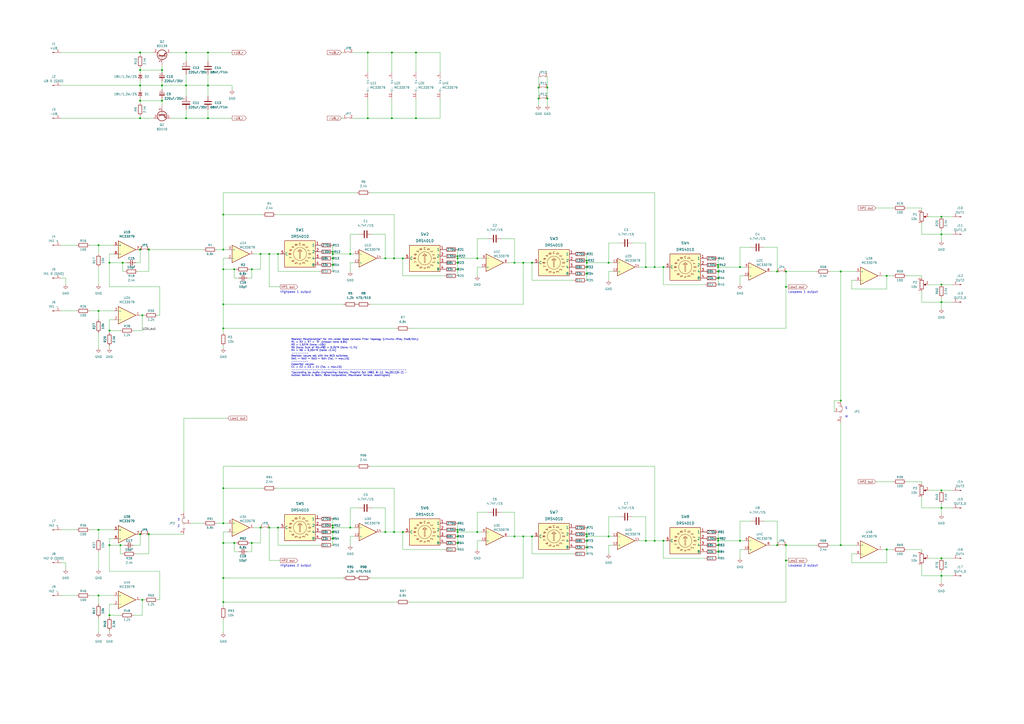
<source format=kicad_sch>
(kicad_sch (version 20211123) (generator eeschema)
  (paper "A2")
  (title_block (title "Thel SAC 30.2/30.3 (version 07.2017 until now)") (rev "1.0") (comment 1 "PCB is not the original -> but like the original = exactly the same component placement") (comment 2 "1 layer PCB / all THT components"))
  (lib_symbols
    (symbol "Amplifier_Operational:MC33079" (pin_names (offset 0.127))
      (property "Reference" "U" (at 0 5.08 0))
      (property "Value" "MC33079" (at 0 -5.08 0))
      (symbol "MC33079_1_1"
        (pin output line (at 7.62 0 180) (length 2.54) (name "~") (number "1"))
        (pin input line (at -7.62 -2.54 0) (length 2.54) (name "-") (number "2"))
        (pin input line (at -7.62 2.54 0) (length 2.54) (name "+") (number "3"))
      )
      (symbol "MC33079_2_1"
        (pin input line (at -7.62 2.54 0) (length 2.54) (name "+") (number "5"))
        (pin input line (at -7.62 -2.54 0) (length 2.54) (name "-") (number "6"))
        (pin output line (at 7.62 0 180) (length 2.54) (name "~") (number "7"))
      )
      (symbol "MC33079_3_1"
        (pin input line (at -7.62 2.54 0) (length 2.54) (name "+") (number "10"))
        (pin output line (at 7.62 0 180) (length 2.54) (name "~") (number "8"))
        (pin input line (at -7.62 -2.54 0) (length 2.54) (name "-") (number "9"))
      )
      (symbol "MC33079_4_1"
        (pin input line (at -7.62 2.54 0) (length 2.54) (name "+") (number "12"))
        (pin input line (at -7.62 -2.54 0) (length 2.54) (name "-") (number "13"))
        (pin output line (at 7.62 0 180) (length 2.54) (name "~") (number "14"))
      )
      (symbol "MC33079_5_1"
        (pin power_in line (at -2.54 -7.62 90) (length 3.81) (name "V-") (number "11"))
        (pin power_in line (at -2.54 7.62 270) (length 3.81) (name "V+") (number "4"))
      )
    )
    (symbol "Connector:Conn_01x01_Male" (pin_names (offset 1.016) hide)
      (property "Reference" "J" (at 0 2.54 0))
      (property "Value" "Conn_01x01_Male" (at 0 -2.54 0))
      (symbol "Conn_01x01_Male_1_1"
        (pin passive line (at 5.08 0 180) (length 3.81) (name "Pin_1") (number "1"))
      )
    )
    (symbol "DRS4010_1" (pin_names (offset 0.254))
      (property "Reference" "SW" (at 0 13.97 0))
      (property "Value" "DRS4010_1" (at 0 11.43 0))
      (symbol "DRS4010_1_0_0"
        (text "0" (at 5.715 0 2700) (effects (font (size 1.27 1.27))))
        (text "1" (at 5.2832 -2.1844 2475) (effects (font (size 1.27 1.27))))
        (text "2" (at 4.0386 -4.0386 2250) (effects (font (size 1.27 1.27))))
        (text "3" (at 2.1844 -5.2832 2025) (effects (font (size 1.27 1.27))))
        (text "4" (at 0 -5.715 1800) (effects (font (size 1.27 1.27))))
        (text "5" (at -2.1844 -5.2832 1575) (effects (font (size 1.27 1.27))))
        (text "6" (at -4.0386 -4.0386 1350) (effects (font (size 1.27 1.27))))
        (text "7" (at -5.2832 -2.1844 1125) (effects (font (size 1.27 1.27))))
        (text "8" (at -5.715 0 900) (effects (font (size 1.27 1.27))))
        (text "9" (at -5.2832 2.1844 675) (effects (font (size 1.27 1.27))))
        (text "A" (at -4.0386 4.0386 450) (effects (font (size 1.27 1.27))))
        (text "B" (at -2.1844 5.2832 225) (effects (font (size 1.27 1.27))))
        (text "C" (at 0 5.715 0) (effects (font (size 1.27 1.27))))
        (text "D" (at 2.1844 5.2832 3375) (effects (font (size 1.27 1.27))))
        (text "E" (at 4.0386 4.0386 3150) (effects (font (size 1.27 1.27))))
        (text "F" (at 5.2832 2.1844 2925) (effects (font (size 1.27 1.27))))
      )
      (symbol "DRS4010_1_1_1"
        (pin unspecified line (at 11.43 5.08 180) (length 2.54) (name "1") (number "1"))
        (pin unspecified line (at 11.43 1.27 180) (length 2.54) (name "2") (number "2"))
        (pin unspecified line (at 11.43 -2.54 180) (length 2.54) (name "4") (number "3"))
        (pin unspecified line (at 11.43 -6.35 180) (length 2.54) (name "8") (number "4"))
        (pin unspecified line (at -11.43 0 0) (length 2.54) (name "C") (number "5"))
      )
    )
    (symbol "DRS4010_2" (pin_names (offset 0.254))
      (property "Reference" "SW" (at 0 13.97 0))
      (property "Value" "DRS4010_2" (at 0 11.43 0))
      (symbol "DRS4010_2_0_0"
        (text "0" (at 5.715 0 2700) (effects (font (size 1.27 1.27))))
        (text "1" (at 5.2832 -2.1844 2475) (effects (font (size 1.27 1.27))))
        (text "2" (at 4.0386 -4.0386 2250) (effects (font (size 1.27 1.27))))
        (text "3" (at 2.1844 -5.2832 2025) (effects (font (size 1.27 1.27))))
        (text "4" (at 0 -5.715 1800) (effects (font (size 1.27 1.27))))
        (text "5" (at -2.1844 -5.2832 1575) (effects (font (size 1.27 1.27))))
        (text "6" (at -4.0386 -4.0386 1350) (effects (font (size 1.27 1.27))))
        (text "7" (at -5.2832 -2.1844 1125) (effects (font (size 1.27 1.27))))
        (text "8" (at -5.715 0 900) (effects (font (size 1.27 1.27))))
        (text "9" (at -5.2832 2.1844 675) (effects (font (size 1.27 1.27))))
        (text "A" (at -4.0386 4.0386 450) (effects (font (size 1.27 1.27))))
        (text "B" (at -2.1844 5.2832 225) (effects (font (size 1.27 1.27))))
        (text "C" (at 0 5.715 0) (effects (font (size 1.27 1.27))))
        (text "D" (at 2.1844 5.2832 3375) (effects (font (size 1.27 1.27))))
        (text "E" (at 4.0386 4.0386 3150) (effects (font (size 1.27 1.27))))
        (text "F" (at 5.2832 2.1844 2925) (effects (font (size 1.27 1.27))))
      )
      (symbol "DRS4010_2_1_1"
        (pin unspecified line (at 11.43 5.08 180) (length 2.54) (name "1") (number "1"))
        (pin unspecified line (at 11.43 1.27 180) (length 2.54) (name "2") (number "2"))
        (pin unspecified line (at 11.43 -2.54 180) (length 2.54) (name "4") (number "3"))
        (pin unspecified line (at 11.43 -6.35 180) (length 2.54) (name "8") (number "4"))
        (pin unspecified line (at -11.43 0 0) (length 2.54) (name "C") (number "5"))
      )
    )
    (symbol "DRS4010_3" (pin_names (offset 0.254))
      (property "Reference" "SW" (at 0 13.97 0))
      (property "Value" "DRS4010_3" (at 0 11.43 0))
      (symbol "DRS4010_3_0_0"
        (text "0" (at 5.715 0 2700) (effects (font (size 1.27 1.27))))
        (text "1" (at 5.2832 -2.1844 2475) (effects (font (size 1.27 1.27))))
        (text "2" (at 4.0386 -4.0386 2250) (effects (font (size 1.27 1.27))))
        (text "3" (at 2.1844 -5.2832 2025) (effects (font (size 1.27 1.27))))
        (text "4" (at 0 -5.715 1800) (effects (font (size 1.27 1.27))))
        (text "5" (at -2.1844 -5.2832 1575) (effects (font (size 1.27 1.27))))
        (text "6" (at -4.0386 -4.0386 1350) (effects (font (size 1.27 1.27))))
        (text "7" (at -5.2832 -2.1844 1125) (effects (font (size 1.27 1.27))))
        (text "8" (at -5.715 0 900) (effects (font (size 1.27 1.27))))
        (text "9" (at -5.2832 2.1844 675) (effects (font (size 1.27 1.27))))
        (text "A" (at -4.0386 4.0386 450) (effects (font (size 1.27 1.27))))
        (text "B" (at -2.1844 5.2832 225) (effects (font (size 1.27 1.27))))
        (text "C" (at 0 5.715 0) (effects (font (size 1.27 1.27))))
        (text "D" (at 2.1844 5.2832 3375) (effects (font (size 1.27 1.27))))
        (text "E" (at 4.0386 4.0386 3150) (effects (font (size 1.27 1.27))))
        (text "F" (at 5.2832 2.1844 2925) (effects (font (size 1.27 1.27))))
      )
      (symbol "DRS4010_3_1_1"
        (pin unspecified line (at 11.43 5.08 180) (length 2.54) (name "1") (number "1"))
        (pin unspecified line (at 11.43 1.27 180) (length 2.54) (name "2") (number "2"))
        (pin unspecified line (at 11.43 -2.54 180) (length 2.54) (name "4") (number "3"))
        (pin unspecified line (at 11.43 -6.35 180) (length 2.54) (name "8") (number "4"))
        (pin unspecified line (at -11.43 0 0) (length 2.54) (name "C") (number "5"))
      )
    )
    (symbol "DRS4010_4" (pin_names (offset 0.254))
      (property "Reference" "SW" (at 0 13.97 0))
      (property "Value" "DRS4010_4" (at 0 11.43 0))
      (symbol "DRS4010_4_0_0"
        (text "0" (at 5.715 0 2700) (effects (font (size 1.27 1.27))))
        (text "1" (at 5.2832 -2.1844 2475) (effects (font (size 1.27 1.27))))
        (text "2" (at 4.0386 -4.0386 2250) (effects (font (size 1.27 1.27))))
        (text "3" (at 2.1844 -5.2832 2025) (effects (font (size 1.27 1.27))))
        (text "4" (at 0 -5.715 1800) (effects (font (size 1.27 1.27))))
        (text "5" (at -2.1844 -5.2832 1575) (effects (font (size 1.27 1.27))))
        (text "6" (at -4.0386 -4.0386 1350) (effects (font (size 1.27 1.27))))
        (text "7" (at -5.2832 -2.1844 1125) (effects (font (size 1.27 1.27))))
        (text "8" (at -5.715 0 900) (effects (font (size 1.27 1.27))))
        (text "9" (at -5.2832 2.1844 675) (effects (font (size 1.27 1.27))))
        (text "A" (at -4.0386 4.0386 450) (effects (font (size 1.27 1.27))))
        (text "B" (at -2.1844 5.2832 225) (effects (font (size 1.27 1.27))))
        (text "C" (at 0 5.715 0) (effects (font (size 1.27 1.27))))
        (text "D" (at 2.1844 5.2832 3375) (effects (font (size 1.27 1.27))))
        (text "E" (at 4.0386 4.0386 3150) (effects (font (size 1.27 1.27))))
        (text "F" (at 5.2832 2.1844 2925) (effects (font (size 1.27 1.27))))
      )
      (symbol "DRS4010_4_1_1"
        (pin unspecified line (at 11.43 5.08 180) (length 2.54) (name "1") (number "1"))
        (pin unspecified line (at 11.43 1.27 180) (length 2.54) (name "2") (number "2"))
        (pin unspecified line (at 11.43 -2.54 180) (length 2.54) (name "4") (number "3"))
        (pin unspecified line (at 11.43 -6.35 180) (length 2.54) (name "8") (number "4"))
        (pin unspecified line (at -11.43 0 0) (length 2.54) (name "C") (number "5"))
      )
    )
    (symbol "DRS4010_5" (pin_names (offset 0.254))
      (property "Reference" "SW" (at 0 13.97 0))
      (property "Value" "DRS4010_5" (at 0 11.43 0))
      (symbol "DRS4010_5_0_0"
        (text "0" (at 5.715 0 2700) (effects (font (size 1.27 1.27))))
        (text "1" (at 5.2832 -2.1844 2475) (effects (font (size 1.27 1.27))))
        (text "2" (at 4.0386 -4.0386 2250) (effects (font (size 1.27 1.27))))
        (text "3" (at 2.1844 -5.2832 2025) (effects (font (size 1.27 1.27))))
        (text "4" (at 0 -5.715 1800) (effects (font (size 1.27 1.27))))
        (text "5" (at -2.1844 -5.2832 1575) (effects (font (size 1.27 1.27))))
        (text "6" (at -4.0386 -4.0386 1350) (effects (font (size 1.27 1.27))))
        (text "7" (at -5.2832 -2.1844 1125) (effects (font (size 1.27 1.27))))
        (text "8" (at -5.715 0 900) (effects (font (size 1.27 1.27))))
        (text "9" (at -5.2832 2.1844 675) (effects (font (size 1.27 1.27))))
        (text "A" (at -4.0386 4.0386 450) (effects (font (size 1.27 1.27))))
        (text "B" (at -2.1844 5.2832 225) (effects (font (size 1.27 1.27))))
        (text "C" (at 0 5.715 0) (effects (font (size 1.27 1.27))))
        (text "D" (at 2.1844 5.2832 3375) (effects (font (size 1.27 1.27))))
        (text "E" (at 4.0386 4.0386 3150) (effects (font (size 1.27 1.27))))
        (text "F" (at 5.2832 2.1844 2925) (effects (font (size 1.27 1.27))))
      )
      (symbol "DRS4010_5_1_1"
        (pin unspecified line (at 11.43 5.08 180) (length 2.54) (name "1") (number "1"))
        (pin unspecified line (at 11.43 1.27 180) (length 2.54) (name "2") (number "2"))
        (pin unspecified line (at 11.43 -2.54 180) (length 2.54) (name "4") (number "3"))
        (pin unspecified line (at 11.43 -6.35 180) (length 2.54) (name "8") (number "4"))
        (pin unspecified line (at -11.43 0 0) (length 2.54) (name "C") (number "5"))
      )
    )
    (symbol "DRS4010_6" (pin_names (offset 0.254))
      (property "Reference" "SW" (at 0 13.97 0))
      (property "Value" "DRS4010_6" (at 0 11.43 0))
      (symbol "DRS4010_6_0_0"
        (text "0" (at 5.715 0 2700) (effects (font (size 1.27 1.27))))
        (text "1" (at 5.2832 -2.1844 2475) (effects (font (size 1.27 1.27))))
        (text "2" (at 4.0386 -4.0386 2250) (effects (font (size 1.27 1.27))))
        (text "3" (at 2.1844 -5.2832 2025) (effects (font (size 1.27 1.27))))
        (text "4" (at 0 -5.715 1800) (effects (font (size 1.27 1.27))))
        (text "5" (at -2.1844 -5.2832 1575) (effects (font (size 1.27 1.27))))
        (text "6" (at -4.0386 -4.0386 1350) (effects (font (size 1.27 1.27))))
        (text "7" (at -5.2832 -2.1844 1125) (effects (font (size 1.27 1.27))))
        (text "8" (at -5.715 0 900) (effects (font (size 1.27 1.27))))
        (text "9" (at -5.2832 2.1844 675) (effects (font (size 1.27 1.27))))
        (text "A" (at -4.0386 4.0386 450) (effects (font (size 1.27 1.27))))
        (text "B" (at -2.1844 5.2832 225) (effects (font (size 1.27 1.27))))
        (text "C" (at 0 5.715 0) (effects (font (size 1.27 1.27))))
        (text "D" (at 2.1844 5.2832 3375) (effects (font (size 1.27 1.27))))
        (text "E" (at 4.0386 4.0386 3150) (effects (font (size 1.27 1.27))))
        (text "F" (at 5.2832 2.1844 2925) (effects (font (size 1.27 1.27))))
      )
      (symbol "DRS4010_6_1_1"
        (pin unspecified line (at 11.43 5.08 180) (length 2.54) (name "1") (number "1"))
        (pin unspecified line (at 11.43 1.27 180) (length 2.54) (name "2") (number "2"))
        (pin unspecified line (at 11.43 -2.54 180) (length 2.54) (name "4") (number "3"))
        (pin unspecified line (at 11.43 -6.35 180) (length 2.54) (name "8") (number "4"))
        (pin unspecified line (at -11.43 0 0) (length 2.54) (name "C") (number "5"))
      )
    )
    (symbol "DRS4010_7" (pin_names (offset 0.254))
      (property "Reference" "SW" (at 0 13.97 0))
      (property "Value" "DRS4010_7" (at 0 11.43 0))
      (symbol "DRS4010_7_0_0"
        (text "0" (at 5.715 0 2700) (effects (font (size 1.27 1.27))))
        (text "1" (at 5.2832 -2.1844 2475) (effects (font (size 1.27 1.27))))
        (text "2" (at 4.0386 -4.0386 2250) (effects (font (size 1.27 1.27))))
        (text "3" (at 2.1844 -5.2832 2025) (effects (font (size 1.27 1.27))))
        (text "4" (at 0 -5.715 1800) (effects (font (size 1.27 1.27))))
        (text "5" (at -2.1844 -5.2832 1575) (effects (font (size 1.27 1.27))))
        (text "6" (at -4.0386 -4.0386 1350) (effects (font (size 1.27 1.27))))
        (text "7" (at -5.2832 -2.1844 1125) (effects (font (size 1.27 1.27))))
        (text "8" (at -5.715 0 900) (effects (font (size 1.27 1.27))))
        (text "9" (at -5.2832 2.1844 675) (effects (font (size 1.27 1.27))))
        (text "A" (at -4.0386 4.0386 450) (effects (font (size 1.27 1.27))))
        (text "B" (at -2.1844 5.2832 225) (effects (font (size 1.27 1.27))))
        (text "C" (at 0 5.715 0) (effects (font (size 1.27 1.27))))
        (text "D" (at 2.1844 5.2832 3375) (effects (font (size 1.27 1.27))))
        (text "E" (at 4.0386 4.0386 3150) (effects (font (size 1.27 1.27))))
        (text "F" (at 5.2832 2.1844 2925) (effects (font (size 1.27 1.27))))
      )
      (symbol "DRS4010_7_1_1"
        (pin unspecified line (at 11.43 5.08 180) (length 2.54) (name "1") (number "1"))
        (pin unspecified line (at 11.43 1.27 180) (length 2.54) (name "2") (number "2"))
        (pin unspecified line (at 11.43 -2.54 180) (length 2.54) (name "4") (number "3"))
        (pin unspecified line (at 11.43 -6.35 180) (length 2.54) (name "8") (number "4"))
        (pin unspecified line (at -11.43 0 0) (length 2.54) (name "C") (number "5"))
      )
    )
    (symbol "Device:C" (pin_numbers hide) (pin_names (offset 0.254))
      (property "Reference" "C" (at 0.635 2.54 0))
      (property "Value" "C" (at 0.635 -2.54 0))
      (symbol "C_1_1"
        (pin passive line (at 0 3.81 270) (length 2.794) (name "~") (number "1"))
        (pin passive line (at 0 -3.81 90) (length 2.794) (name "~") (number "2"))
      )
    )
    (symbol "Device:C_Polarized" (pin_numbers hide) (pin_names (offset 0.254))
      (property "Reference" "C" (at 0.635 2.54 0))
      (property "Value" "C_Polarized" (at 0.635 -2.54 0))
      (symbol "C_Polarized_1_1"
        (pin passive line (at 0 3.81 270) (length 2.794) (name "~") (number "1"))
        (pin passive line (at 0 -3.81 90) (length 2.794) (name "~") (number "2"))
      )
    )
    (symbol "Device:C_Polarized_Small" (pin_numbers hide) (pin_names (offset 0.254) hide)
      (property "Reference" "C" (at 0.254 1.778 0))
      (property "Value" "C_Polarized_Small" (at 0.254 -2.032 0))
      (symbol "C_Polarized_Small_1_1"
        (pin passive line (at 0 2.54 270) (length 1.8542) (name "~") (number "1"))
        (pin passive line (at 0 -2.54 90) (length 1.8542) (name "~") (number "2"))
      )
    )
    (symbol "Device:C_Small" (pin_numbers hide) (pin_names (offset 0.254) hide)
      (property "Reference" "C" (at 0.254 1.778 0))
      (property "Value" "C_Small" (at 0.254 -2.032 0))
      (symbol "C_Small_1_1"
        (pin passive line (at 0 2.54 270) (length 2.032) (name "~") (number "1"))
        (pin passive line (at 0 -2.54 90) (length 2.032) (name "~") (number "2"))
      )
    )
    (symbol "Device:D_Zener_Small" (pin_numbers hide) (pin_names (offset 0.254) hide)
      (property "Reference" "D" (at 0 2.286 0))
      (property "Value" "D_Zener_Small" (at 0 -2.286 0))
      (symbol "D_Zener_Small_1_1"
        (pin passive line (at -2.54 0 0) (length 1.778) (name "K") (number "1"))
        (pin passive line (at 2.54 0 180) (length 1.778) (name "A") (number "2"))
      )
    )
    (symbol "Device:R" (pin_numbers hide) (pin_names (offset 0))
      (property "Reference" "R" (at 2.032 0 90))
      (property "Value" "R" (at 0 0 90))
      (symbol "R_1_1"
        (pin passive line (at 0 3.81 270) (length 1.27) (name "~") (number "1"))
        (pin passive line (at 0 -3.81 90) (length 1.27) (name "~") (number "2"))
      )
    )
    (symbol "Device:R_Potentiometer" (pin_names (offset 1.016) hide)
      (property "Reference" "RV" (at -4.445 0 90))
      (property "Value" "R_Potentiometer" (at -2.54 0 90))
      (symbol "R_Potentiometer_1_1"
        (pin passive line (at 0 3.81 270) (length 1.27) (name "1") (number "1"))
        (pin passive line (at 3.81 0 180) (length 1.27) (name "2") (number "2"))
        (pin passive line (at 0 -3.81 90) (length 1.27) (name "3") (number "3"))
      )
    )
    (symbol "Jumper:Jumper_3_Bridged12" (pin_names (offset 0) hide)
      (property "Reference" "JP" (at -2.54 -2.54 0))
      (property "Value" "Jumper_3_Bridged12" (at 0 2.794 0))
      (symbol "Jumper_3_Bridged12_1_1"
        (pin passive line (at -6.35 0 0) (length 2.54) (name "A") (number "1"))
        (pin input line (at 0 -3.81 90) (length 2.54) (name "C") (number "2"))
        (pin passive line (at 6.35 0 180) (length 2.54) (name "B") (number "3"))
      )
    )
    (symbol "Transistor_BJT:BD139" (pin_names (offset 0) hide)
      (property "Reference" "Q" (at 5.08 1.905 0))
      (property "Value" "BD139" (at 5.08 0 0))
      (symbol "BD139_1_1"
        (pin passive line (at 2.54 -5.08 90) (length 2.54) (name "E") (number "1"))
        (pin passive line (at 2.54 5.08 270) (length 2.54) (name "C") (number "2"))
        (pin input line (at -5.08 0 0) (length 5.08) (name "B") (number "3"))
      )
    )
    (symbol "Transistor_BJT:BD140" (pin_names (offset 0) hide)
      (property "Reference" "Q" (at 5.08 1.905 0))
      (property "Value" "BD140" (at 5.08 0 0))
      (symbol "BD140_1_1"
        (pin passive line (at 2.54 -5.08 90) (length 2.54) (name "E") (number "1"))
        (pin passive line (at 2.54 5.08 270) (length 2.54) (name "C") (number "2"))
        (pin input line (at -5.08 0 0) (length 5.08) (name "B") (number "3"))
      )
    )
    (symbol "analoghifi:DRS4010" (pin_names (offset 0.254))
      (property "Reference" "SW" (at 0 13.97 0))
      (property "Value" "DRS4010" (at 0 11.43 0))
      (symbol "DRS4010_0_0"
        (text "0" (at 5.715 0 2700) (effects (font (size 1.27 1.27))))
        (text "1" (at 5.2832 -2.1844 2475) (effects (font (size 1.27 1.27))))
        (text "2" (at 4.0386 -4.0386 2250) (effects (font (size 1.27 1.27))))
        (text "3" (at 2.1844 -5.2832 2025) (effects (font (size 1.27 1.27))))
        (text "4" (at 0 -5.715 1800) (effects (font (size 1.27 1.27))))
        (text "5" (at -2.1844 -5.2832 1575) (effects (font (size 1.27 1.27))))
        (text "6" (at -4.0386 -4.0386 1350) (effects (font (size 1.27 1.27))))
        (text "7" (at -5.2832 -2.1844 1125) (effects (font (size 1.27 1.27))))
        (text "8" (at -5.715 0 900) (effects (font (size 1.27 1.27))))
        (text "9" (at -5.2832 2.1844 675) (effects (font (size 1.27 1.27))))
        (text "A" (at -4.0386 4.0386 450) (effects (font (size 1.27 1.27))))
        (text "B" (at -2.1844 5.2832 225) (effects (font (size 1.27 1.27))))
        (text "C" (at 0 5.715 0) (effects (font (size 1.27 1.27))))
        (text "D" (at 2.1844 5.2832 3375) (effects (font (size 1.27 1.27))))
        (text "E" (at 4.0386 4.0386 3150) (effects (font (size 1.27 1.27))))
        (text "F" (at 5.2832 2.1844 2925) (effects (font (size 1.27 1.27))))
      )
      (symbol "DRS4010_1_1"
        (pin unspecified line (at 11.43 5.08 180) (length 2.54) (name "1") (number "1"))
        (pin unspecified line (at 11.43 1.27 180) (length 2.54) (name "2") (number "2"))
        (pin unspecified line (at 11.43 -2.54 180) (length 2.54) (name "4") (number "3"))
        (pin unspecified line (at 11.43 -6.35 180) (length 2.54) (name "8") (number "4"))
        (pin unspecified line (at -11.43 0 0) (length 2.54) (name "C") (number "5"))
      )
    )
    (symbol "analoghifi:Jumper_2_Bridged" (pin_names (offset 0) hide)
      (property "Reference" "JP" (at 0 1.905 0))
      (property "Value" "Jumper_2_Bridged" (at 0 -2.54 0))
      (symbol "Jumper_2_Bridged_1_1"
        (pin passive line (at -2.54 0 0) (length 1.27) (name "A") (number "1"))
        (pin passive line (at 2.54 0 180) (length 1.27) (name "B") (number "2"))
      )
    )
    (symbol "power:GND" (power) (pin_names (offset 0))
      (property "Value" "GND" (at 0 -3.81 0))
      (symbol "GND_1_1"
        (pin power_in line (at 0 0 270) (length 0) hide (name "GND") (number "1"))
      )
    )
  )
  (junction (at 57.15 345.44))
  (junction (at 156.21 147.32))
  (junction (at 81.28 40.64))
  (junction (at 57.15 307.34))
  (junction (at 308.61 311.15))
  (junction (at 374.65 313.69))
  (junction (at 265.43 308.61))
  (junction (at 384.81 154.94))
  (junction (at 546.1 284.48))
  (junction (at 93.98 49.53))
  (junction (at 546.1 135.89))
  (junction (at 81.28 30.48))
  (junction (at 227.33 68.58))
  (junction (at 120.65 30.48))
  (junction (at 86.36 144.78))
  (junction (at 265.43 156.21))
  (junction (at 193.04 308.61))
  (junction (at 429.26 154.94))
  (junction (at 203.2 147.32))
  (junction (at 233.68 308.61))
  (junction (at 161.29 306.07))
  (junction (at 546.1 334.01))
  (junction (at 374.65 154.94))
  (junction (at 193.04 304.8))
  (junction (at 151.13 306.07))
  (junction (at 135.89 156.21))
  (junction (at 120.65 49.53))
  (junction (at 151.13 147.32))
  (junction (at 340.36 313.69))
  (junction (at 193.04 306.07))
  (junction (at 81.28 144.78))
  (junction (at 63.5 316.23))
  (junction (at 265.43 152.4))
  (junction (at 487.68 232.41))
  (junction (at 546.1 125.73))
  (junction (at 82.55 347.98))
  (junction (at 129.54 303.53))
  (junction (at 120.65 68.58))
  (junction (at 193.04 153.67))
  (junction (at 298.45 311.15))
  (junction (at 57.15 142.24))
  (junction (at 81.28 68.58))
  (junction (at 276.86 149.86))
  (junction (at 317.5 57.15))
  (junction (at 69.85 316.23))
  (junction (at 487.68 316.23))
  (junction (at 303.53 311.15))
  (junction (at 340.36 311.15))
  (junction (at 107.95 68.58))
  (junction (at 429.26 313.69))
  (junction (at 416.56 153.67))
  (junction (at 107.95 49.53))
  (junction (at 416.56 312.42))
  (junction (at 265.43 149.86))
  (junction (at 379.73 313.69))
  (junction (at 129.54 176.53))
  (junction (at 63.5 152.4))
  (junction (at 312.42 50.8))
  (junction (at 135.89 314.96))
  (junction (at 276.86 308.61))
  (junction (at 193.04 312.42))
  (junction (at 57.15 180.34))
  (junction (at 308.61 152.4))
  (junction (at 241.3 68.58))
  (junction (at 546.1 294.64))
  (junction (at 161.29 147.32))
  (junction (at 265.43 311.15))
  (junction (at 129.54 349.25))
  (junction (at 129.54 314.96))
  (junction (at 416.56 320.04))
  (junction (at 416.56 316.23))
  (junction (at 416.56 313.69))
  (junction (at 546.1 165.1))
  (junction (at 71.12 152.4))
  (junction (at 107.95 30.48))
  (junction (at 81.28 309.88))
  (junction (at 298.45 152.4))
  (junction (at 384.81 313.69))
  (junction (at 340.36 154.94))
  (junction (at 379.73 154.94))
  (junction (at 546.1 175.26))
  (junction (at 312.42 57.15))
  (junction (at 227.33 30.48))
  (junction (at 340.36 158.75))
  (junction (at 63.5 356.87))
  (junction (at 455.93 316.23))
  (junction (at 156.21 306.07))
  (junction (at 129.54 144.78))
  (junction (at 129.54 156.21))
  (junction (at 81.28 49.53))
  (junction (at 223.52 149.86))
  (junction (at 93.98 40.64))
  (junction (at 223.52 308.61))
  (junction (at 353.06 311.15))
  (junction (at 455.93 166.37))
  (junction (at 213.36 30.48))
  (junction (at 82.55 182.88))
  (junction (at 193.04 149.86))
  (junction (at 450.85 157.48))
  (junction (at 455.93 325.12))
  (junction (at 340.36 151.13))
  (junction (at 340.36 317.5))
  (junction (at 546.1 323.85))
  (junction (at 265.43 148.59))
  (junction (at 514.35 160.02))
  (junction (at 265.43 307.34))
  (junction (at 416.56 161.29))
  (junction (at 146.05 314.96))
  (junction (at 317.5 50.8))
  (junction (at 81.28 58.42))
  (junction (at 228.6 308.61))
  (junction (at 129.54 124.46))
  (junction (at 213.36 68.58))
  (junction (at 353.06 152.4))
  (junction (at 63.5 191.77))
  (junction (at 450.85 316.23))
  (junction (at 487.68 157.48))
  (junction (at 86.36 309.88))
  (junction (at 193.04 146.05))
  (junction (at 203.2 306.07))
  (junction (at 228.6 149.86))
  (junction (at 241.3 30.48))
  (junction (at 129.54 283.21))
  (junction (at 93.98 58.42))
  (junction (at 146.05 156.21))
  (junction (at 416.56 157.48))
  (junction (at 129.54 190.5))
  (junction (at 340.36 309.88))
  (junction (at 193.04 147.32))
  (junction (at 514.35 318.77))
  (junction (at 303.53 152.4))
  (junction (at 129.54 335.28))
  (junction (at 265.43 314.96))
  (junction (at 233.68 149.86))
  (junction (at 340.36 152.4))
  (junction (at 455.93 157.48))
  (junction (at 416.56 154.94))
  (wire (pts (xy 298.45 152.4) (xy 303.53 152.4)))
  (wire (pts (xy 69.85 321.31) (xy 69.85 316.23)))
  (wire (pts (xy 147.32 306.07) (xy 151.13 306.07)))
  (wire (pts (xy 534.67 160.02) (xy 534.67 161.29)))
  (wire (pts (xy 81.28 67.31) (xy 81.28 68.58)))
  (wire (pts (xy 57.15 345.44) (xy 57.15 350.52)))
  (wire (pts (xy 69.85 356.87) (xy 63.5 356.87)))
  (wire (pts (xy 63.5 185.42) (xy 66.04 185.42)))
  (wire (pts (xy 144.78 314.96) (xy 146.05 314.96)))
  (wire (pts (xy 481.33 157.48) (xy 487.68 157.48)))
  (wire (pts (xy 379.73 313.69) (xy 384.81 313.69)))
  (wire (pts (xy 203.2 152.4) (xy 203.2 157.48)))
  (wire (pts (xy 265.43 308.61) (xy 265.43 311.15)))
  (wire (pts (xy 534.67 129.54) (xy 534.67 135.89)))
  (wire (pts (xy 255.27 57.15) (xy 255.27 68.58)))
  (wire (pts (xy 193.04 306.07) (xy 193.04 308.61)))
  (wire (pts (xy 208.28 294.64) (xy 203.2 294.64)))
  (wire (pts (xy 52.07 345.44) (xy 57.15 345.44)))
  (wire (pts (xy 63.5 356.87) (xy 63.5 358.14)))
  (wire (pts (xy 81.28 152.4) (xy 81.28 144.78)))
  (wire (pts (xy 81.28 30.48) (xy 81.28 31.75)))
  (wire (pts (xy 107.95 49.53) (xy 120.65 49.53)))
  (wire (pts (xy 129.54 303.53) (xy 132.08 303.53)))
  (wire (pts (xy 340.36 151.13) (xy 340.36 152.4)))
  (wire (pts (xy 298.45 138.43) (xy 298.45 152.4)))
  (wire (pts (xy 429.26 154.94) (xy 431.8 154.94)))
  (wire (pts (xy 384.81 323.85) (xy 408.94 323.85)))
  (wire (pts (xy 374.65 140.97) (xy 374.65 154.94)))
  (wire (pts (xy 374.65 154.94) (xy 379.73 154.94)))
  (wire (pts (xy 552.45 334.01) (xy 546.1 334.01)))
  (wire (pts (xy 63.5 316.23) (xy 69.85 316.23)))
  (wire (pts (xy 129.54 308.61) (xy 132.08 308.61)))
  (wire (pts (xy 511.81 318.77) (xy 514.35 318.77)))
  (wire (pts (xy 57.15 180.34) (xy 66.04 180.34)))
  (wire (pts (xy 514.35 160.02) (xy 518.16 160.02)))
  (wire (pts (xy 525.78 279.4) (xy 534.67 279.4)))
  (wire (pts (xy 91.44 347.98) (xy 92.71 347.98)))
  (wire (pts (xy 86.36 144.78) (xy 118.11 144.78)))
  (wire (pts (xy 35.56 307.34) (xy 44.45 307.34)))
  (wire (pts (xy 69.85 191.77) (xy 63.5 191.77)))
  (wire (pts (xy 265.43 156.21) (xy 265.43 160.02)))
  (wire (pts (xy 129.54 349.25) (xy 129.54 335.28)))
  (wire (pts (xy 534.67 327.66) (xy 534.67 334.01)))
  (wire (pts (xy 514.35 326.39) (xy 494.03 326.39)))
  (wire (pts (xy 233.68 160.02) (xy 233.68 149.86)))
  (wire (pts (xy 241.3 30.48) (xy 255.27 30.48)))
  (wire (pts (xy 107.95 68.58) (xy 120.65 68.58)))
  (wire (pts (xy 57.15 312.42) (xy 57.15 307.34)))
  (wire (pts (xy 129.54 367.03) (xy 129.54 359.41)))
  (wire (pts (xy 384.81 154.94) (xy 384.81 165.1)))
  (wire (pts (xy 213.36 30.48) (xy 213.36 41.91)))
  (wire (pts (xy 340.36 313.69) (xy 340.36 317.5)))
  (wire (pts (xy 416.56 157.48) (xy 416.56 161.29)))
  (wire (pts (xy 143.51 320.04) (xy 146.05 320.04)))
  (wire (pts (xy 429.26 313.69) (xy 431.8 313.69)))
  (wire (pts (xy 227.33 68.58) (xy 213.36 68.58)))
  (wire (pts (xy 298.45 311.15) (xy 303.53 311.15)))
  (wire (pts (xy 203.2 306.07) (xy 205.74 306.07)))
  (wire (pts (xy 228.6 308.61) (xy 223.52 308.61)))
  (wire (pts (xy 160.02 124.46) (xy 228.6 124.46)))
  (wire (pts (xy 78.74 152.4) (xy 81.28 152.4)))
  (wire (pts (xy 57.15 307.34) (xy 66.04 307.34)))
  (wire (pts (xy 81.28 30.48) (xy 88.9 30.48)))
  (wire (pts (xy 57.15 180.34) (xy 57.15 185.42)))
  (wire (pts (xy 204.47 68.58) (xy 213.36 68.58)))
  (wire (pts (xy 81.28 309.88) (xy 81.28 316.23)))
  (wire (pts (xy 514.35 318.77) (xy 518.16 318.77)))
  (wire (pts (xy 429.26 160.02) (xy 429.26 165.1)))
  (wire (pts (xy 308.61 152.4) (xy 308.61 162.56)))
  (wire (pts (xy 135.89 314.96) (xy 137.16 314.96)))
  (wire (pts (xy 514.35 160.02) (xy 514.35 167.64)))
  (wire (pts (xy 203.2 147.32) (xy 205.74 147.32)))
  (wire (pts (xy 508 279.4) (xy 518.16 279.4)))
  (wire (pts (xy 384.81 154.94) (xy 386.08 154.94)))
  (wire (pts (xy 514.35 318.77) (xy 514.35 326.39)))
  (wire (pts (xy 455.93 157.48) (xy 473.71 157.48)))
  (wire (pts (xy 359.41 299.72) (xy 353.06 299.72)))
  (wire (pts (xy 193.04 300.99) (xy 193.04 304.8)))
  (wire (pts (xy 86.36 321.31) (xy 78.74 321.31)))
  (wire (pts (xy 370.84 313.69) (xy 374.65 313.69)))
  (wire (pts (xy 193.04 304.8) (xy 193.04 306.07)))
  (wire (pts (xy 129.54 149.86) (xy 132.08 149.86)))
  (wire (pts (xy 538.48 165.1) (xy 546.1 165.1)))
  (wire (pts (xy 161.29 157.48) (xy 161.29 147.32)))
  (wire (pts (xy 57.15 154.94) (xy 57.15 165.1)))
  (wire (pts (xy 82.55 191.77) (xy 82.55 182.88)))
  (wire (pts (xy 487.68 245.11) (xy 487.68 316.23)))
  (wire (pts (xy 384.81 313.69) (xy 384.81 323.85)))
  (wire (pts (xy 57.15 142.24) (xy 66.04 142.24)))
  (wire (pts (xy 156.21 166.37) (xy 162.56 166.37)))
  (wire (pts (xy 66.04 312.42) (xy 63.5 312.42)))
  (wire (pts (xy 379.73 154.94) (xy 384.81 154.94)))
  (wire (pts (xy 63.5 316.23) (xy 63.5 331.47)))
  (wire (pts (xy 134.62 49.53) (xy 134.62 52.07)))
  (wire (pts (xy 63.5 147.32) (xy 63.5 152.4)))
  (wire (pts (xy 294.64 152.4) (xy 298.45 152.4)))
  (wire (pts (xy 227.33 30.48) (xy 241.3 30.48)))
  (wire (pts (xy 228.6 149.86) (xy 233.68 149.86)))
  (wire (pts (xy 546.1 125.73) (xy 552.45 125.73)))
  (wire (pts (xy 340.36 147.32) (xy 340.36 151.13)))
  (wire (pts (xy 276.86 154.94) (xy 276.86 160.02)))
  (wire (pts (xy 205.74 311.15) (xy 203.2 311.15)))
  (wire (pts (xy 416.56 161.29) (xy 416.56 165.1)))
  (wire (pts (xy 152.4 124.46) (xy 129.54 124.46)))
  (wire (pts (xy 35.56 30.48) (xy 81.28 30.48)))
  (wire (pts (xy 93.98 49.53) (xy 107.95 49.53)))
  (wire (pts (xy 146.05 161.29) (xy 146.05 156.21)))
  (wire (pts (xy 143.51 161.29) (xy 146.05 161.29)))
  (wire (pts (xy 416.56 308.61) (xy 416.56 312.42)))
  (wire (pts (xy 152.4 283.21) (xy 129.54 283.21)))
  (wire (pts (xy 308.61 311.15) (xy 309.88 311.15)))
  (wire (pts (xy 120.65 30.48) (xy 120.65 35.56)))
  (wire (pts (xy 255.27 41.91) (xy 255.27 30.48)))
  (wire (pts (xy 162.56 325.12) (xy 156.21 325.12)))
  (wire (pts (xy 431.8 318.77) (xy 429.26 318.77)))
  (wire (pts (xy 443.23 143.51) (xy 450.85 143.51)))
  (wire (pts (xy 223.52 308.61) (xy 223.52 294.64)))
  (wire (pts (xy 156.21 325.12) (xy 156.21 306.07)))
  (wire (pts (xy 86.36 309.88) (xy 106.68 309.88)))
  (wire (pts (xy 340.36 154.94) (xy 340.36 158.75)))
  (wire (pts (xy 546.1 165.1) (xy 552.45 165.1)))
  (wire (pts (xy 129.54 176.53) (xy 129.54 156.21)))
  (wire (pts (xy 227.33 57.15) (xy 227.33 68.58)))
  (wire (pts (xy 129.54 156.21) (xy 135.89 156.21)))
  (wire (pts (xy 429.26 143.51) (xy 429.26 154.94)))
  (wire (pts (xy 81.28 46.99) (xy 81.28 49.53)))
  (wire (pts (xy 129.54 335.28) (xy 199.39 335.28)))
  (wire (pts (xy 129.54 124.46) (xy 129.54 144.78)))
  (wire (pts (xy 534.67 168.91) (xy 534.67 175.26)))
  (wire (pts (xy 514.35 167.64) (xy 494.03 167.64)))
  (wire (pts (xy 276.86 297.18) (xy 276.86 308.61)))
  (wire (pts (xy 146.05 320.04) (xy 146.05 314.96)))
  (wire (pts (xy 129.54 193.04) (xy 129.54 190.5)))
  (wire (pts (xy 538.48 323.85) (xy 546.1 323.85)))
  (wire (pts (xy 228.6 149.86) (xy 223.52 149.86)))
  (wire (pts (xy 223.52 308.61) (xy 220.98 308.61)))
  (wire (pts (xy 255.27 68.58) (xy 241.3 68.58)))
  (wire (pts (xy 353.06 157.48) (xy 353.06 162.56)))
  (wire (pts (xy 69.85 316.23) (xy 72.39 316.23)))
  (wire (pts (xy 129.54 349.25) (xy 229.87 349.25)))
  (wire (pts (xy 193.04 153.67) (xy 193.04 157.48)))
  (wire (pts (xy 223.52 149.86) (xy 220.98 149.86)))
  (wire (pts (xy 228.6 308.61) (xy 233.68 308.61)))
  (wire (pts (xy 265.43 148.59) (xy 265.43 149.86)))
  (wire (pts (xy 193.04 147.32) (xy 193.04 149.86)))
  (wire (pts (xy 151.13 147.32) (xy 156.21 147.32)))
  (wire (pts (xy 63.5 312.42) (xy 63.5 316.23)))
  (wire (pts (xy 538.48 284.48) (xy 546.1 284.48)))
  (wire (pts (xy 93.98 38.1) (xy 93.98 40.64)))
  (wire (pts (xy 340.36 152.4) (xy 353.06 152.4)))
  (wire (pts (xy 546.1 294.64) (xy 546.1 292.1)))
  (wire (pts (xy 35.56 49.53) (xy 81.28 49.53)))
  (wire (pts (xy 35.56 142.24) (xy 44.45 142.24)))
  (wire (pts (xy 353.06 152.4) (xy 355.6 152.4)))
  (wire (pts (xy 552.45 294.64) (xy 546.1 294.64)))
  (wire (pts (xy 213.36 57.15) (xy 213.36 68.58)))
  (wire (pts (xy 416.56 312.42) (xy 416.56 313.69)))
  (wire (pts (xy 77.47 356.87) (xy 82.55 356.87)))
  (wire (pts (xy 144.78 156.21) (xy 146.05 156.21)))
  (wire (pts (xy 92.71 166.37) (xy 63.5 166.37)))
  (wire (pts (xy 214.63 111.76) (xy 379.73 111.76)))
  (wire (pts (xy 241.3 57.15) (xy 241.3 68.58)))
  (wire (pts (xy 93.98 57.15) (xy 93.98 58.42)))
  (wire (pts (xy 198.12 30.48) (xy 199.39 30.48)))
  (wire (pts (xy 57.15 193.04) (xy 57.15 201.93)))
  (wire (pts (xy 138.43 161.29) (xy 135.89 161.29)))
  (wire (pts (xy 455.93 316.23) (xy 455.93 325.12)))
  (wire (pts (xy 487.68 157.48) (xy 487.68 232.41)))
  (wire (pts (xy 129.54 144.78) (xy 132.08 144.78)))
  (wire (pts (xy 416.56 153.67) (xy 416.56 154.94)))
  (wire (pts (xy 355.6 157.48) (xy 353.06 157.48)))
  (wire (pts (xy 203.2 135.89) (xy 203.2 147.32)))
  (wire (pts (xy 312.42 57.15) (xy 312.42 60.96)))
  (wire (pts (xy 193.04 308.61) (xy 193.04 312.42)))
  (wire (pts (xy 107.95 30.48) (xy 120.65 30.48)))
  (wire (pts (xy 82.55 182.88) (xy 83.82 182.88)))
  (wire (pts (xy 72.39 157.48) (xy 71.12 157.48)))
  (wire (pts (xy 81.28 68.58) (xy 88.9 68.58)))
  (wire (pts (xy 455.93 157.48) (xy 455.93 166.37)))
  (wire (pts (xy 35.56 68.58) (xy 81.28 68.58)))
  (wire (pts (xy 265.43 307.34) (xy 265.43 308.61)))
  (wire (pts (xy 193.04 147.32) (xy 203.2 147.32)))
  (wire (pts (xy 317.5 57.15) (xy 317.5 60.96)))
  (wire (pts (xy 429.26 302.26) (xy 429.26 313.69)))
  (wire (pts (xy 151.13 147.32) (xy 151.13 156.21)))
  (wire (pts (xy 303.53 311.15) (xy 308.61 311.15)))
  (wire (pts (xy 193.04 149.86) (xy 193.04 153.67)))
  (wire (pts (xy 416.56 154.94) (xy 429.26 154.94)))
  (wire (pts (xy 110.49 303.53) (xy 118.11 303.53)))
  (wire (pts (xy 265.43 303.53) (xy 265.43 307.34)))
  (wire (pts (xy 161.29 157.48) (xy 185.42 157.48)))
  (wire (pts (xy 93.98 58.42) (xy 93.98 60.96)))
  (wire (pts (xy 233.68 318.77) (xy 233.68 308.61)))
  (wire (pts (xy 147.32 147.32) (xy 151.13 147.32)))
  (wire (pts (xy 107.95 49.53) (xy 107.95 55.88)))
  (wire (pts (xy 77.47 191.77) (xy 82.55 191.77)))
  (wire (pts (xy 129.54 190.5) (xy 229.87 190.5)))
  (wire (pts (xy 534.67 120.65) (xy 534.67 121.92)))
  (wire (pts (xy 416.56 313.69) (xy 416.56 316.23)))
  (wire (pts (xy 63.5 200.66) (xy 63.5 201.93)))
  (wire (pts (xy 265.43 314.96) (xy 265.43 318.77)))
  (wire (pts (xy 283.21 138.43) (xy 276.86 138.43)))
  (wire (pts (xy 233.68 308.61) (xy 234.95 308.61)))
  (wire (pts (xy 290.83 297.18) (xy 298.45 297.18)))
  (wire (pts (xy 35.56 161.29) (xy 38.1 161.29)))
  (wire (pts (xy 237.49 190.5) (xy 455.93 190.5)))
  (wire (pts (xy 546.1 294.64) (xy 546.1 298.45)))
  (wire (pts (xy 107.95 30.48) (xy 107.95 35.56)))
  (wire (pts (xy 135.89 156.21) (xy 135.89 161.29)))
  (wire (pts (xy 237.49 349.25) (xy 455.93 349.25)))
  (wire (pts (xy 546.1 175.26) (xy 546.1 172.72)))
  (wire (pts (xy 106.68 242.57) (xy 132.08 242.57)))
  (wire (pts (xy 298.45 297.18) (xy 298.45 311.15)))
  (wire (pts (xy 294.64 311.15) (xy 298.45 311.15)))
  (wire (pts (xy 120.65 49.53) (xy 120.65 55.88)))
  (wire (pts (xy 129.54 314.96) (xy 135.89 314.96)))
  (wire (pts (xy 138.43 320.04) (xy 135.89 320.04)))
  (wire (pts (xy 276.86 138.43) (xy 276.86 149.86)))
  (wire (pts (xy 265.43 144.78) (xy 265.43 148.59)))
  (wire (pts (xy 546.1 334.01) (xy 546.1 337.82)))
  (wire (pts (xy 106.68 297.18) (xy 106.68 242.57)))
  (wire (pts (xy 57.15 358.14) (xy 57.15 367.03)))
  (wire (pts (xy 35.56 180.34) (xy 44.45 180.34)))
  (wire (pts (xy 129.54 335.28) (xy 129.54 314.96)))
  (wire (pts (xy 35.56 326.39) (xy 38.1 326.39)))
  (wire (pts (xy 63.5 191.77) (xy 63.5 193.04)))
  (wire (pts (xy 431.8 160.02) (xy 429.26 160.02)))
  (wire (pts (xy 276.86 149.86) (xy 279.4 149.86)))
  (wire (pts (xy 308.61 321.31) (xy 332.74 321.31)))
  (wire (pts (xy 57.15 345.44) (xy 66.04 345.44)))
  (wire (pts (xy 81.28 316.23) (xy 77.47 316.23)))
  (wire (pts (xy 38.1 326.39) (xy 38.1 330.2)))
  (wire (pts (xy 546.1 323.85) (xy 552.45 323.85)))
  (wire (pts (xy 546.1 135.89) (xy 546.1 133.35)))
  (wire (pts (xy 63.5 152.4) (xy 71.12 152.4)))
  (wire (pts (xy 283.21 297.18) (xy 276.86 297.18)))
  (wire (pts (xy 303.53 176.53) (xy 214.63 176.53)))
  (wire (pts (xy 483.87 238.76) (xy 483.87 232.41)))
  (wire (pts (xy 494.03 326.39) (xy 494.03 321.31)))
  (wire (pts (xy 494.03 162.56) (xy 496.57 162.56)))
  (wire (pts (xy 156.21 147.32) (xy 161.29 147.32)))
  (wire (pts (xy 203.2 294.64) (xy 203.2 306.07)))
  (wire (pts (xy 193.04 312.42) (xy 193.04 316.23)))
  (wire (pts (xy 546.1 135.89) (xy 546.1 139.7)))
  (wire (pts (xy 161.29 316.23) (xy 185.42 316.23)))
  (wire (pts (xy 487.68 157.48) (xy 496.57 157.48)))
  (wire (pts (xy 534.67 279.4) (xy 534.67 280.67)))
  (wire (pts (xy 416.56 313.69) (xy 429.26 313.69)))
  (wire (pts (xy 204.47 30.48) (xy 213.36 30.48)))
  (wire (pts (xy 80.01 157.48) (xy 86.36 157.48)))
  (wire (pts (xy 450.85 316.23) (xy 447.04 316.23)))
  (wire (pts (xy 161.29 316.23) (xy 161.29 306.07)))
  (wire (pts (xy 81.28 58.42) (xy 93.98 58.42)))
  (wire (pts (xy 81.28 40.64) (xy 81.28 41.91)))
  (wire (pts (xy 353.06 316.23) (xy 353.06 321.31)))
  (wire (pts (xy 534.67 318.77) (xy 534.67 320.04)))
  (wire (pts (xy 198.12 68.58) (xy 199.39 68.58)))
  (wire (pts (xy 92.71 331.47) (xy 92.71 347.98)))
  (wire (pts (xy 312.42 50.8) (xy 312.42 57.15)))
  (wire (pts (xy 265.43 308.61) (xy 276.86 308.61)))
  (wire (pts (xy 546.1 284.48) (xy 552.45 284.48)))
  (wire (pts (xy 135.89 156.21) (xy 137.16 156.21)))
  (wire (pts (xy 416.56 320.04) (xy 416.56 323.85)))
  (wire (pts (xy 223.52 135.89) (xy 215.9 135.89)))
  (wire (pts (xy 223.52 294.64) (xy 215.9 294.64)))
  (wire (pts (xy 538.48 125.73) (xy 546.1 125.73)))
  (wire (pts (xy 63.5 350.52) (xy 66.04 350.52)))
  (wire (pts (xy 455.93 166.37) (xy 455.93 190.5)))
  (wire (pts (xy 156.21 147.32) (xy 156.21 166.37)))
  (wire (pts (xy 416.56 149.86) (xy 416.56 153.67)))
  (wire (pts (xy 379.73 270.51) (xy 379.73 313.69)))
  (wire (pts (xy 35.56 345.44) (xy 44.45 345.44)))
  (wire (pts (xy 151.13 306.07) (xy 151.13 314.96)))
  (wire (pts (xy 63.5 365.76) (xy 63.5 367.03)))
  (wire (pts (xy 265.43 311.15) (xy 265.43 314.96)))
  (wire (pts (xy 265.43 149.86) (xy 276.86 149.86)))
  (wire (pts (xy 370.84 154.94) (xy 374.65 154.94)))
  (wire (pts (xy 384.81 165.1) (xy 408.94 165.1)))
  (wire (pts (xy 233.68 149.86) (xy 234.95 149.86)))
  (wire (pts (xy 534.67 334.01) (xy 546.1 334.01)))
  (wire (pts (xy 92.71 166.37) (xy 92.71 182.88)))
  (wire (pts (xy 120.65 43.18) (xy 120.65 49.53)))
  (wire (pts (xy 93.98 46.99) (xy 93.98 49.53)))
  (wire (pts (xy 82.55 347.98) (xy 83.82 347.98)))
  (wire (pts (xy 71.12 152.4) (xy 73.66 152.4)))
  (wire (pts (xy 435.61 302.26) (xy 429.26 302.26)))
  (wire (pts (xy 340.36 317.5) (xy 340.36 321.31)))
  (wire (pts (xy 483.87 232.41) (xy 487.68 232.41)))
  (wire (pts (xy 129.54 283.21) (xy 129.54 303.53)))
  (wire (pts (xy 340.36 311.15) (xy 340.36 313.69)))
  (wire (pts (xy 308.61 152.4) (xy 309.88 152.4)))
  (wire (pts (xy 455.93 349.25) (xy 455.93 325.12)))
  (wire (pts (xy 227.33 41.91) (xy 227.33 30.48)))
  (wire (pts (xy 161.29 306.07) (xy 162.56 306.07)))
  (wire (pts (xy 107.95 63.5) (xy 107.95 68.58)))
  (wire (pts (xy 276.86 313.69) (xy 276.86 318.77)))
  (wire (pts (xy 81.28 347.98) (xy 82.55 347.98)))
  (wire (pts (xy 129.54 176.53) (xy 199.39 176.53)))
  (wire (pts (xy 308.61 311.15) (xy 308.61 321.31)))
  (wire (pts (xy 340.36 309.88) (xy 340.36 311.15)))
  (wire (pts (xy 193.04 306.07) (xy 203.2 306.07)))
  (wire (pts (xy 107.95 43.18) (xy 107.95 49.53)))
  (wire (pts (xy 71.12 321.31) (xy 69.85 321.31)))
  (wire (pts (xy 193.04 146.05) (xy 193.04 147.32)))
  (wire (pts (xy 317.5 50.8) (xy 317.5 57.15)))
  (wire (pts (xy 129.54 190.5) (xy 129.54 176.53)))
  (wire (pts (xy 129.54 351.79) (xy 129.54 349.25)))
  (wire (pts (xy 552.45 175.26) (xy 546.1 175.26)))
  (wire (pts (xy 57.15 147.32) (xy 57.15 142.24)))
  (wire (pts (xy 265.43 152.4) (xy 265.43 156.21)))
  (wire (pts (xy 241.3 68.58) (xy 227.33 68.58)))
  (wire (pts (xy 160.02 283.21) (xy 228.6 283.21)))
  (wire (pts (xy 63.5 152.4) (xy 63.5 166.37)))
  (wire (pts (xy 93.98 40.64) (xy 93.98 41.91)))
  (wire (pts (xy 213.36 30.48) (xy 227.33 30.48)))
  (wire (pts (xy 125.73 303.53) (xy 129.54 303.53)))
  (wire (pts (xy 534.67 294.64) (xy 546.1 294.64)))
  (wire (pts (xy 303.53 335.28) (xy 214.63 335.28)))
  (wire (pts (xy 525.78 160.02) (xy 534.67 160.02)))
  (wire (pts (xy 384.81 313.69) (xy 386.08 313.69)))
  (wire (pts (xy 86.36 157.48) (xy 86.36 144.78)))
  (wire (pts (xy 355.6 316.23) (xy 353.06 316.23)))
  (wire (pts (xy 129.54 124.46) (xy 129.54 111.76)))
  (wire (pts (xy 208.28 135.89) (xy 203.2 135.89)))
  (wire (pts (xy 276.86 308.61) (xy 279.4 308.61)))
  (wire (pts (xy 120.65 49.53) (xy 134.62 49.53)))
  (wire (pts (xy 340.36 311.15) (xy 353.06 311.15)))
  (wire (pts (xy 81.28 49.53) (xy 93.98 49.53)))
  (wire (pts (xy 82.55 356.87) (xy 82.55 347.98)))
  (wire (pts (xy 129.54 149.86) (xy 129.54 156.21)))
  (wire (pts (xy 146.05 314.96) (xy 151.13 314.96)))
  (wire (pts (xy 455.93 325.12) (xy 457.2 325.12)))
  (wire (pts (xy 312.42 44.45) (xy 312.42 50.8)))
  (wire (pts (xy 317.5 44.45) (xy 317.5 50.8)))
  (wire (pts (xy 203.2 311.15) (xy 203.2 316.23)))
  (wire (pts (xy 81.28 49.53) (xy 81.28 52.07)))
  (wire (pts (xy 52.07 142.24) (xy 57.15 142.24)))
  (wire (pts (xy 52.07 307.34) (xy 57.15 307.34)))
  (wire (pts (xy 290.83 138.43) (xy 298.45 138.43)))
  (wire (pts (xy 129.54 111.76) (xy 207.01 111.76)))
  (wire (pts (xy 93.98 49.53) (xy 93.98 52.07)))
  (wire (pts (xy 308.61 162.56) (xy 332.74 162.56)))
  (wire (pts (xy 120.65 30.48) (xy 134.62 30.48)))
  (wire (pts (xy 367.03 140.97) (xy 374.65 140.97)))
  (wire (pts (xy 374.65 299.72) (xy 374.65 313.69)))
  (wire (pts (xy 416.56 154.94) (xy 416.56 157.48)))
  (wire (pts (xy 120.65 68.58) (xy 134.62 68.58)))
  (wire (pts (xy 161.29 147.32) (xy 162.56 147.32)))
  (wire (pts (xy 525.78 318.77) (xy 534.67 318.77)))
  (wire (pts (xy 525.78 120.65) (xy 534.67 120.65)))
  (wire (pts (xy 534.67 135.89) (xy 546.1 135.89)))
  (wire (pts (xy 353.06 299.72) (xy 353.06 311.15)))
  (wire (pts (xy 38.1 161.29) (xy 38.1 165.1)))
  (wire (pts (xy 156.21 306.07) (xy 161.29 306.07)))
  (wire (pts (xy 303.53 152.4) (xy 303.53 176.53)))
  (wire (pts (xy 129.54 283.21) (xy 129.54 270.51)))
  (wire (pts (xy 214.63 270.51) (xy 379.73 270.51)))
  (wire (pts (xy 241.3 30.48) (xy 241.3 41.91)))
  (wire (pts (xy 481.33 316.23) (xy 487.68 316.23)))
  (wire (pts (xy 265.43 149.86) (xy 265.43 152.4)))
  (wire (pts (xy 63.5 191.77) (xy 63.5 185.42)))
  (wire (pts (xy 546.1 334.01) (xy 546.1 331.47)))
  (wire (pts (xy 508 120.65) (xy 518.16 120.65)))
  (wire (pts (xy 81.28 40.64) (xy 93.98 40.64)))
  (wire (pts (xy 353.06 140.97) (xy 353.06 152.4)))
  (wire (pts (xy 120.65 63.5) (xy 120.65 68.58)))
  (wire (pts (xy 52.07 180.34) (xy 57.15 180.34)))
  (wire (pts (xy 450.85 302.26) (xy 450.85 316.23)))
  (wire (pts (xy 303.53 311.15) (xy 303.53 335.28)))
  (wire (pts (xy 228.6 283.21) (xy 228.6 308.61)))
  (wire (pts (xy 455.93 166.37) (xy 457.2 166.37)))
  (wire (pts (xy 228.6 124.46) (xy 228.6 149.86)))
  (wire (pts (xy 534.67 175.26) (xy 546.1 175.26)))
  (wire (pts (xy 193.04 142.24) (xy 193.04 146.05)))
  (wire (pts (xy 71.12 157.48) (xy 71.12 152.4)))
  (wire (pts (xy 534.67 288.29) (xy 534.67 294.64)))
  (wire (pts (xy 303.53 152.4) (xy 308.61 152.4)))
  (wire (pts (xy 233.68 318.77) (xy 257.81 318.77)))
  (wire (pts (xy 359.41 140.97) (xy 353.06 140.97)))
  (wire (pts (xy 429.26 318.77) (xy 429.26 323.85)))
  (wire (pts (xy 340.36 152.4) (xy 340.36 154.94)))
  (wire (pts (xy 367.03 299.72) (xy 374.65 299.72)))
  (wire (pts (xy 57.15 320.04) (xy 57.15 330.2)))
  (wire (pts (xy 92.71 331.47) (xy 63.5 331.47)))
  (wire (pts (xy 66.04 147.32) (xy 63.5 147.32)))
  (wire (pts (xy 450.85 157.48) (xy 447.04 157.48)))
  (wire (pts (xy 487.68 316.23) (xy 496.57 316.23)))
  (wire (pts (xy 340.36 306.07) (xy 340.36 309.88)))
  (wire (pts (xy 99.06 68.58) (xy 107.95 68.58)))
  (wire (pts (xy 443.23 302.26) (xy 450.85 302.26)))
  (wire (pts (xy 86.36 309.88) (xy 86.36 321.31)))
  (wire (pts (xy 494.03 321.31) (xy 496.57 321.31)))
  (wire (pts (xy 374.65 313.69) (xy 379.73 313.69)))
  (wire (pts (xy 279.4 154.94) (xy 276.86 154.94)))
  (wire (pts (xy 63.5 356.87) (xy 63.5 350.52)))
  (wire (pts (xy 450.85 143.51) (xy 450.85 157.48)))
  (wire (pts (xy 233.68 160.02) (xy 257.81 160.02)))
  (wire (pts (xy 279.4 313.69) (xy 276.86 313.69)))
  (wire (pts (xy 455.93 316.23) (xy 473.71 316.23)))
  (wire (pts (xy 511.81 160.02) (xy 514.35 160.02)))
  (wire (pts (xy 125.73 144.78) (xy 129.54 144.78)))
  (wire (pts (xy 353.06 311.15) (xy 355.6 311.15)))
  (wire (pts (xy 435.61 143.51) (xy 429.26 143.51)))
  (wire (pts (xy 205.74 152.4) (xy 203.2 152.4)))
  (wire (pts (xy 81.28 182.88) (xy 82.55 182.88)))
  (wire (pts (xy 340.36 158.75) (xy 340.36 162.56)))
  (wire (pts (xy 81.28 57.15) (xy 81.28 58.42)))
  (wire (pts (xy 81.28 39.37) (xy 81.28 40.64)))
  (wire (pts (xy 135.89 314.96) (xy 135.89 320.04)))
  (wire (pts (xy 99.06 30.48) (xy 107.95 30.48)))
  (wire (pts (xy 129.54 270.51) (xy 207.01 270.51)))
  (wire (pts (xy 91.44 182.88) (xy 92.71 182.88)))
  (wire (pts (xy 146.05 156.21) (xy 151.13 156.21)))
  (wire (pts (xy 129.54 308.61) (xy 129.54 314.96)))
  (wire (pts (xy 552.45 135.89) (xy 546.1 135.89)))
  (wire (pts (xy 546.1 175.26) (xy 546.1 179.07)))
  (wire (pts (xy 494.03 167.64) (xy 494.03 162.56)))
  (wire (pts (xy 223.52 149.86) (xy 223.52 135.89)))
  (wire (pts (xy 416.56 316.23) (xy 416.56 320.04)))
  (wire (pts (xy 379.73 111.76) (xy 379.73 154.94)))
  (wire (pts (xy 81.28 58.42) (xy 81.28 59.69)))
  (wire (pts (xy 129.54 201.93) (xy 129.54 200.66)))
  (text "Lowpass 2 output" (at 457.2 328.93 0) (effects (font (size 1.27 1.27)) (justify left bottom)))
  (text "2" (at 102.87 306.07 0) (effects (font (size 1.27 1.27)) (justify left bottom)))
  (text "M" (at 490.22 242.57 0) (effects (font (size 1.27 1.27)) (justify left bottom)))
  (text "Highpass 2 output" (at 162.56 328.93 0) (effects (font (size 1.27 1.27)) (justify left bottom)))
  (text "3" (at 102.87 302.26 0) (effects (font (size 1.27 1.27)) (justify left bottom)))
  (text "Lowpass 1 output" (at 457.2 170.18 0) (effects (font (size 1.27 1.27)) (justify left bottom)))
  (text "S" (at 490.22 237.49 0) (effects (font (size 1.27 1.27)) (justify left bottom)))
  (text "Resistor Relationships* for 4th-order State Variable Filter Topology (Linkwitz-Riley 24dB/Oct.)\nR1 = R2 = R7 = \"R\" (chosen here: 6,8k)\nR3 = 1,52*R (here: ~10k)\nR5 (here: Sum of R5+R8) = 0,25*R (here: ~1,7k)\nR4 = R6 = 0,354*R (here: ~2,4k)\n--------\nResistor values set with the BCD switches:\nSW1 = SW2 = SW3 = SW4 (Tol. = max.1%)\n--------\nCapacitor values:\nC1 = C2 = C3 = C4 (Tol. = max.1%)\n------------------------------------------------------\n*(according to: Audio-Engineering-Society, Preprint Oct 1983, 8-12, No.2011[B-2] -  \nAuthor: Dennis A. Bohn, Rane Corporation, Mountlake Terrace, Washington)" (at 168.91 218.44 0) (effects (font (size 1 1)) (justify left bottom)))
  (text "Highpass 1 output" (at 162.56 170.18 0) (effects (font (size 1.27 1.27)) (justify left bottom)))
  (label "U2A_out" (at 82.55 191.77 0))
  (global_label "-UB_r" (shape input) (at 198.12 68.58 180) (property "Intersheet References" "${INTERSHEET_REFS}" (effects hide)))
  (global_label "HP1 out" (shape input) (at 508 120.65 180) (property "Intersheet References" "${INTERSHEET_REFS}" (effects hide)))
  (global_label "+UB_r" (shape output) (at 134.62 30.48 0) (property "Intersheet References" "${INTERSHEET_REFS}" (effects hide)))
  (global_label "HP2 out" (shape output) (at 162.56 325.12 0) (property "Intersheet References" "${INTERSHEET_REFS}" (effects hide)))
  (global_label "Low2 out" (shape output) (at 457.2 325.12 0) (property "Intersheet References" "${INTERSHEET_REFS}" (effects hide)))
  (global_label "HP1 out" (shape output) (at 162.56 166.37 0) (property "Intersheet References" "${INTERSHEET_REFS}" (effects hide)))
  (global_label "Low1 out" (shape input) (at 132.08 242.57 0) (property "Intersheet References" "${INTERSHEET_REFS}" (effects hide)))
  (global_label "+UB_r" (shape input) (at 198.12 30.48 180) (property "Intersheet References" "${INTERSHEET_REFS}" (effects hide)))
  (global_label "HP2 out" (shape input) (at 508 279.4 180) (property "Intersheet References" "${INTERSHEET_REFS}" (effects hide)))
  (global_label "-UB_r" (shape output) (at 134.62 68.58 0) (property "Intersheet References" "${INTERSHEET_REFS}" (effects hide)))
  (global_label "Low1 out" (shape output) (at 457.2 166.37 0) (property "Intersheet References" "${INTERSHEET_REFS}" (effects hide)))
  (symbol (lib_id "Device:C_Small") (at 140.97 161.29 90) (unit 1)
    (property "Reference" "C16" (at 140.97 163.83 90))
    (property "Value" "10pF" (at 140.97 166.37 90))
    (property "Footprint" "Capacitor_THT:C_Rect_L4.0mm_W2.5mm_P2.50mm" (effects hide))
  )
  (symbol (lib_id "Device:R") (at 74.93 321.31 90) (unit 1)
    (property "Reference" "R38" (at 74.93 323.85 90))
    (property "Value" "2,4k" (at 74.93 326.39 90))
    (property "Footprint" "analoghifi:R_Axial_DIN0207_L6.3mm_D2.5mm_P10.16mm_Horizontal_minSilk" (effects hide))
  )
  (symbol (lib_id "power:GND") (at 312.42 60.96 0) (unit 1)
    (property "Reference" "#PWR018" (effects hide))
    (property "Value" "GND" (at 312.42 66.04 0))
  )
  (symbol (lib_id "Device:R") (at 412.75 165.1 90) (unit 1)
    (property "Reference" "R45" (at 420.37 165.1 90) (effects (justify left)))
    (property "Value" "51k" (at 414.02 165.1 90) (effects (justify left)))
    (property "Footprint" "analoghifi:R_Axial_DIN0207_L6.3mm_D2.5mm_P10.16mm_Horizontal_minSilk" (effects hide))
  )
  (symbol (lib_id "Connector:Conn_01x01_Male") (at 30.48 68.58 0) (unit 1)
    (property "Reference" "J3" (at 31.115 63.5 0))
    (property "Value" "-UB" (at 31.115 66.04 0))
    (property "Footprint" "analoghifi:Loet_Pin_D1.5mm_L14.0mm" (effects hide))
  )
  (symbol (lib_id "Device:R") (at 336.55 321.31 90) (unit 1)
    (property "Reference" "R75" (at 344.17 321.31 90) (effects (justify left)))
    (property "Value" "51k" (at 337.82 321.31 90) (effects (justify left)))
    (property "Footprint" "analoghifi:R_Axial_DIN0207_L6.3mm_D2.5mm_P10.16mm_Horizontal_minSilk" (effects hide))
  )
  (symbol (lib_id "analoghifi:Jumper_2_Bridged") (at 201.93 30.48 0) (unit 1)
    (property "Reference" "JP8" (at 201.93 27.94 0))
    (property "Value" "Jumper_2_Bridged" (effects hide))
    (property "Footprint" "analoghifi:Drahtbruecke_10.16mm" (effects hide))
  )
  (symbol (lib_id "power:GND") (at 276.86 318.77 0) (unit 1)
    (property "Reference" "#PWR09" (effects hide))
    (property "Value" "GND" (at 276.86 323.85 0))
  )
  (symbol (lib_id "Device:R") (at 261.62 307.34 90) (unit 1)
    (property "Reference" "R62" (at 267.97 307.34 90))
    (property "Value" "130k" (at 261.62 307.34 90))
    (property "Footprint" "analoghifi:R_Axial_DIN0207_L6.3mm_D2.5mm_P10.16mm_Horizontal_minSilk" (effects hide))
  )
  (symbol (lib_id "Device:R") (at 189.23 308.61 90) (unit 1)
    (property "Reference" "R53" (at 196.85 308.61 90) (effects (justify left)))
    (property "Value" "68k" (at 190.5 308.61 90) (effects (justify left)))
    (property "Footprint" "analoghifi:R_Axial_DIN0207_L6.3mm_D2.5mm_P10.16mm_Horizontal_minSilk" (effects hide))
  )
  (symbol (lib_id "Connector:Conn_01x01_Male") (at 557.53 294.64 180) (unit 1)
    (property "Reference" "J15" (at 556.895 289.56 0))
    (property "Value" "OUT3_0" (at 556.895 292.1 0))
    (property "Footprint" "analoghifi:Loet_Pin_D1.5mm_L14.0mm" (effects hide))
  )
  (symbol (lib_id "Device:R") (at 210.82 270.51 90) (unit 1)
    (property "Reference" "R96" (at 210.82 264.16 90))
    (property "Value" "2,4k" (at 210.82 266.7 90))
    (property "Footprint" "analoghifi:R_Axial_DIN0207_L6.3mm_D2.5mm_P10.16mm_Horizontal_minSilk" (effects hide))
  )
  (symbol (lib_id "Amplifier_Operational:MC33079") (at 504.19 318.77 0) (unit 2)
    (property "Reference" "U4" (at 504.19 308.61 0))
    (property "Value" "MC33079" (at 504.19 311.15 0))
    (property "Footprint" "Package_DIP:DIP-14_W7.62mm" (effects hide))
    (property "Datasheet" "https://www.onsemi.com/pub/Collateral/MC33078-D.PDF" (effects hide))
  )
  (symbol (lib_id "Amplifier_Operational:MC33079") (at 73.66 182.88 0) (unit 1)
    (property "Reference" "U2" (at 73.66 172.72 0))
    (property "Value" "MC33079" (at 73.66 175.26 0))
    (property "Footprint" "Package_DIP:DIP-14_W7.62mm" (effects hide))
    (property "Datasheet" "https://www.onsemi.com/pub/Collateral/MC33078-D.PDF" (effects hide))
  )
  (symbol (lib_id "Connector:Conn_01x01_Male") (at 557.53 165.1 180) (unit 1)
    (property "Reference" "J12" (at 556.895 160.02 0))
    (property "Value" "OUT2" (at 556.895 162.56 0))
    (property "Footprint" "analoghifi:Loet_Pin_D1.5mm_L14.0mm" (effects hide))
  )
  (symbol (lib_id "Device:R") (at 57.15 189.23 180) (unit 1)
    (property "Reference" "R27" (at 54.61 189.23 90))
    (property "Value" "10k" (at 59.69 189.23 90))
    (property "Footprint" "analoghifi:R_Axial_DIN0207_L6.3mm_D2.5mm_P10.16mm_Horizontal_minSilk" (effects hide))
  )
  (symbol (lib_id "Amplifier_Operational:MC33079") (at 73.66 347.98 0) (unit 1)
    (property "Reference" "U4" (at 73.66 337.82 0))
    (property "Value" "MC33079" (at 73.66 340.36 0))
    (property "Footprint" "Package_DIP:DIP-14_W7.62mm" (effects hide))
    (property "Datasheet" "https://www.onsemi.com/pub/Collateral/MC33078-D.PDF" (effects hide))
  )
  (symbol (lib_id "Amplifier_Operational:MC33079") (at 439.42 316.23 0) (mirror x) (unit 3)
    (property "Reference" "U4" (at 440.69 309.88 0))
    (property "Value" "MC33079" (at 443.23 312.42 0))
    (property "Footprint" "Package_DIP:DIP-14_W7.62mm" (effects hide))
    (property "Datasheet" "https://www.onsemi.com/pub/Collateral/MC33078-D.PDF" (effects hide))
  )
  (symbol (lib_id "Device:R") (at 57.15 151.13 180) (unit 1)
    (property "Reference" "R17" (at 54.61 151.13 90))
    (property "Value" "10k" (at 59.69 151.13 90))
    (property "Footprint" "analoghifi:R_Axial_DIN0207_L6.3mm_D2.5mm_P10.16mm_Horizontal_minSilk" (effects hide))
  )
  (symbol (lib_id "Device:R") (at 156.21 283.21 90) (unit 1)
    (property "Reference" "R94" (at 156.21 276.86 90))
    (property "Value" "2,4k" (at 156.21 279.4 90))
    (property "Footprint" "analoghifi:R_Axial_DIN0207_L6.3mm_D2.5mm_P10.16mm_Horizontal_minSilk" (effects hide))
  )
  (symbol (lib_id "Amplifier_Operational:MC33079") (at 243.84 49.53 0) (unit 5)
    (property "Reference" "U3" (at 242.57 48.2599 0) (effects (justify left)))
    (property "Value" "MC33079" (at 242.57 50.7999 0) (effects (justify left)))
    (property "Footprint" "Package_DIP:DIP-14_W7.62mm" (effects hide))
    (property "Datasheet" "https://www.onsemi.com/pub/Collateral/MC33078-D.PDF" (effects hide))
  )
  (symbol (lib_id "Device:D_Zener_Small") (at 81.28 44.45 270) (unit 1)
    (property "Reference" "D2" (at 83.82 44.45 90) (effects (justify left)))
    (property "Value" "18V/1,3W/2%" (at 66.04 44.45 90) (effects (justify left)))
    (property "Footprint" "analoghifi:D_DO-41_SOD81_P10.16mm_Horizontal_minSilk" (effects hide))
  )
  (symbol (lib_id "Connector:Conn_01x01_Male") (at 557.53 135.89 180) (unit 1)
    (property "Reference" "J11" (at 556.895 130.81 0))
    (property "Value" "OUT1_0" (at 556.895 133.35 0))
    (property "Footprint" "analoghifi:Loet_Pin_D1.5mm_L14.0mm" (effects hide))
  )
  (symbol (lib_id "Device:R") (at 336.55 158.75 90) (unit 1)
    (property "Reference" "R34" (at 344.17 158.75 90) (effects (justify left)))
    (property "Value" "33k" (at 337.82 158.75 90) (effects (justify left)))
    (property "Footprint" "analoghifi:R_Axial_DIN0207_L6.3mm_D2.5mm_P10.16mm_Horizontal_minSilk" (effects hide))
  )
  (symbol (lib_id "Connector:Conn_01x01_Male") (at 557.53 175.26 180) (unit 1)
    (property "Reference" "J13" (at 556.895 170.18 0))
    (property "Value" "OUT2_0" (at 556.895 172.72 0))
    (property "Footprint" "analoghifi:Loet_Pin_D1.5mm_L14.0mm" (effects hide))
  )
  (symbol (lib_id "Device:R") (at 261.62 144.78 90) (unit 1)
    (property "Reference" "R21" (at 269.24 144.78 90) (effects (justify left)))
    (property "Value" "270k" (at 264.16 144.78 90) (effects (justify left)))
    (property "Footprint" "analoghifi:R_Axial_DIN0207_L6.3mm_D2.5mm_P10.16mm_Horizontal_minSilk" (effects hide))
  )
  (symbol (lib_id "analoghifi:Jumper_2_Bridged") (at 453.39 316.23 0) (unit 1)
    (property "Reference" "JP6" (at 453.39 313.69 0))
    (property "Value" "Jumper_2_Bridged" (effects hide))
    (property "Footprint" "analoghifi:Drahtbruecke_10.16mm" (effects hide))
  )
  (symbol (lib_id "Device:R") (at 233.68 190.5 90) (unit 1)
    (property "Reference" "R7" (at 233.68 184.15 90))
    (property "Value" "6,8k" (at 233.68 186.69 90))
    (property "Footprint" "analoghifi:R_Axial_DIN0207_L6.3mm_D2.5mm_P10.16mm_Horizontal_minSilk" (effects hide))
  )
  (symbol (lib_id "Device:R") (at 81.28 35.56 180) (unit 1)
    (property "Reference" "R10" (at 78.74 35.56 90))
    (property "Value" "2,4k" (at 83.82 35.56 90))
    (property "Footprint" "analoghifi:R_Axial_DIN0207_L6.3mm_D2.5mm_P10.16mm_Horizontal_minSilk" (effects hide))
  )
  (symbol (lib_id "analoghifi:Jumper_2_Bridged") (at 453.39 157.48 0) (unit 1)
    (property "Reference" "JP4" (at 453.39 154.94 0))
    (property "Value" "Jumper_2_Bridged" (effects hide))
    (property "Footprint" "analoghifi:Drahtbruecke_10.16mm" (effects hide))
  )
  (symbol (lib_id "Connector:Conn_01x01_Male") (at 30.48 49.53 0) (unit 1)
    (property "Reference" "J2" (at 31.115 44.45 0))
    (property "Value" "UB 0 (GND)" (at 31.115 46.99 0))
    (property "Footprint" "analoghifi:Loet_Pin_D1.5mm_L14.0mm" (effects hide))
  )
  (symbol (lib_id "Device:R") (at 261.62 303.53 90) (unit 1)
    (property "Reference" "R61" (at 269.24 303.53 90) (effects (justify left)))
    (property "Value" "270k" (at 264.16 303.53 90) (effects (justify left)))
    (property "Footprint" "analoghifi:R_Axial_DIN0207_L6.3mm_D2.5mm_P10.16mm_Horizontal_minSilk" (effects hide))
  )
  (symbol (lib_id "Device:R") (at 336.55 306.07 90) (unit 1)
    (property "Reference" "R71" (at 344.17 306.07 90) (effects (justify left)))
    (property "Value" "270k" (at 339.09 306.07 90) (effects (justify left)))
    (property "Footprint" "analoghifi:R_Axial_DIN0207_L6.3mm_D2.5mm_P10.16mm_Horizontal_minSilk" (effects hide))
  )
  (symbol (lib_id "Device:R") (at 76.2 157.48 90) (unit 1)
    (property "Reference" "R18" (at 76.2 160.02 90))
    (property "Value" "2,4k" (at 76.2 162.56 90))
    (property "Footprint" "analoghifi:R_Axial_DIN0207_L6.3mm_D2.5mm_P10.16mm_Horizontal_minSilk" (effects hide))
  )
  (symbol (lib_id "Device:R") (at 412.75 149.86 90) (unit 1)
    (property "Reference" "R41" (at 420.37 149.86 90) (effects (justify left)))
    (property "Value" "270k" (at 415.29 149.86 90) (effects (justify left)))
    (property "Footprint" "analoghifi:R_Axial_DIN0207_L6.3mm_D2.5mm_P10.16mm_Horizontal_minSilk" (effects hide))
  )
  (symbol (lib_id "Device:R") (at 336.55 147.32 90) (unit 1)
    (property "Reference" "R31" (at 344.17 147.32 90) (effects (justify left)))
    (property "Value" "270k" (at 339.09 147.32 90) (effects (justify left)))
    (property "Footprint" "analoghifi:R_Axial_DIN0207_L6.3mm_D2.5mm_P10.16mm_Horizontal_minSilk" (effects hide))
  )
  (symbol (lib_id "Device:C_Small") (at 140.97 320.04 90) (unit 1)
    (property "Reference" "C18" (at 140.97 322.58 90))
    (property "Value" "10pF" (at 140.97 325.12 90))
    (property "Footprint" "Capacitor_THT:C_Rect_L4.0mm_W2.5mm_P2.50mm" (effects hide))
  )
  (symbol (lib_id "Connector:Conn_01x01_Male") (at 557.53 284.48 180) (unit 1)
    (property "Reference" "J14" (at 556.895 279.4 0))
    (property "Value" "OUT3" (at 556.895 281.94 0))
    (property "Footprint" "analoghifi:Loet_Pin_D1.5mm_L14.0mm" (effects hide))
  )
  (symbol (lib_id "Connector:Conn_01x01_Male") (at 557.53 323.85 180) (unit 1)
    (property "Reference" "J16" (at 556.895 318.77 0))
    (property "Value" "OUT4" (at 556.895 321.31 0))
    (property "Footprint" "analoghifi:Loet_Pin_D1.5mm_L14.0mm" (effects hide))
  )
  (symbol (lib_id "Device:R") (at 189.23 312.42 90) (unit 1)
    (property "Reference" "R54" (at 196.85 312.42 90) (effects (justify left)))
    (property "Value" "33k" (at 190.5 312.42 90) (effects (justify left)))
    (property "Footprint" "analoghifi:R_Axial_DIN0207_L6.3mm_D2.5mm_P10.16mm_Horizontal_minSilk" (effects hide))
  )
  (symbol (lib_id "Device:R") (at 156.21 124.46 90) (unit 1)
    (property "Reference" "R4" (at 156.21 118.11 90))
    (property "Value" "2,4k" (at 156.21 120.65 90))
    (property "Footprint" "analoghifi:R_Axial_DIN0207_L6.3mm_D2.5mm_P10.16mm_Horizontal_minSilk" (effects hide))
  )
  (symbol (lib_id "Amplifier_Operational:MC33079") (at 504.19 160.02 0) (unit 2)
    (property "Reference" "U2" (at 504.19 149.86 0))
    (property "Value" "MC33079" (at 504.19 152.4 0))
    (property "Footprint" "Package_DIP:DIP-14_W7.62mm" (effects hide))
    (property "Datasheet" "https://www.onsemi.com/pub/Collateral/MC33078-D.PDF" (effects hide))
  )
  (symbol (lib_name "DRS4010_4") (lib_id "analoghifi:DRS4010") (at 321.31 152.4 0) (unit 1)
    (property "Reference" "SW3" (at 321.31 138.43 0) (effects (font (size 1.524 1.524))))
    (property "Value" "DRS4010" (at 321.31 142.24 0) (effects (font (size 1.524 1.524))))
    (property "Footprint" "analoghifi:DRS_3016_4010" (effects hide))
  )
  (symbol (lib_id "Device:R") (at 189.23 142.24 90) (unit 1)
    (property "Reference" "R11" (at 196.85 142.24 90) (effects (justify left)))
    (property "Value" "270k" (at 191.77 142.24 90) (effects (justify left)))
    (property "Footprint" "analoghifi:R_Axial_DIN0207_L6.3mm_D2.5mm_P10.16mm_Horizontal_minSilk" (effects hide))
  )
  (symbol (lib_id "Amplifier_Operational:MC33079") (at 363.22 154.94 0) (mirror x) (unit 4)
    (property "Reference" "U2" (at 364.49 148.59 0))
    (property "Value" "MC33079" (at 367.03 151.13 0))
    (property "Footprint" "Package_DIP:DIP-14_W7.62mm" (effects hide))
    (property "Datasheet" "https://www.onsemi.com/pub/Collateral/MC33078-D.PDF" (effects hide))
  )
  (symbol (lib_id "Device:R") (at 477.52 157.48 90) (unit 1)
    (property "Reference" "R58" (at 477.52 154.94 90))
    (property "Value" "2,4k" (at 477.52 160.02 90))
    (property "Footprint" "analoghifi:R_Axial_DIN0207_L6.3mm_D2.5mm_P10.16mm_Horizontal_minSilk" (effects hide))
  )
  (symbol (lib_id "Device:R") (at 48.26 345.44 90) (unit 1)
    (property "Reference" "R46" (at 48.26 342.9 90))
    (property "Value" "100" (at 48.26 347.98 90))
    (property "Footprint" "analoghifi:R_Axial_DIN0207_L6.3mm_D2.5mm_P10.16mm_Horizontal_minSilk" (effects hide))
  )
  (symbol (lib_id "Device:R") (at 477.52 316.23 90) (unit 1)
    (property "Reference" "R68" (at 477.52 313.69 90))
    (property "Value" "2,4k" (at 477.52 318.77 90))
    (property "Footprint" "analoghifi:R_Axial_DIN0207_L6.3mm_D2.5mm_P10.16mm_Horizontal_minSilk" (effects hide))
  )
  (symbol (lib_id "Device:R") (at 261.62 156.21 90) (unit 1)
    (property "Reference" "R24" (at 269.24 156.21 90) (effects (justify left)))
    (property "Value" "33k" (at 262.89 156.21 90) (effects (justify left)))
    (property "Footprint" "analoghifi:R_Axial_DIN0207_L6.3mm_D2.5mm_P10.16mm_Horizontal_minSilk" (effects hide))
  )
  (symbol (lib_id "analoghifi:Jumper_2_Bridged") (at 314.96 57.15 0) (unit 1)
    (property "Reference" "JP12" (at 314.96 54.61 0))
    (property "Value" "Jumper_2_Bridged" (effects hide))
    (property "Footprint" "analoghifi:Drahtbruecke_10.16mm" (effects hide))
  )
  (symbol (lib_id "power:GND") (at 203.2 316.23 0) (unit 1)
    (property "Reference" "#PWR08" (effects hide))
    (property "Value" "GND" (at 203.2 321.31 0))
  )
  (symbol (lib_id "Connector:Conn_01x01_Male") (at 30.48 142.24 0) (unit 1)
    (property "Reference" "J4" (at 31.115 137.16 0))
    (property "Value" "IN1 +" (at 31.115 139.7 0))
    (property "Footprint" "analoghifi:Loet_Pin_D1.5mm_L14.0mm" (effects hide))
  )
  (symbol (lib_id "Device:C") (at 287.02 138.43 90) (unit 1)
    (property "Reference" "C2" (at 287.02 130.81 90))
    (property "Value" "4,7nF/1%" (at 287.02 133.35 90))
    (property "Footprint" "Capacitor_THT:C_Rect_L10.0mm_W5.0mm_P5.00mm_P7.50mm" (effects hide))
  )
  (symbol (lib_id "Transistor_BJT:BD139") (at 93.98 33.02 90) (unit 1)
    (property "Reference" "Q2" (at 93.98 24.13 90))
    (property "Value" "BD139" (at 93.98 26.67 90))
    (property "Footprint" "Package_TO_SOT_THT:TO-126-3_Vertical" (effects hide))
    (property "Datasheet" "http://www.st.com/internet/com/TECHNICAL_RESOURCES/TECHNICAL_LITERATURE/DATASHEET/CD00001225.pdf" (effects hide))
  )
  (symbol (lib_id "Device:R") (at 57.15 316.23 180) (unit 1)
    (property "Reference" "R37" (at 54.61 316.23 90))
    (property "Value" "10k" (at 59.69 316.23 90))
    (property "Footprint" "analoghifi:R_Axial_DIN0207_L6.3mm_D2.5mm_P10.16mm_Horizontal_minSilk" (effects hide))
  )
  (symbol (lib_id "Device:R") (at 412.75 312.42 90) (unit 1)
    (property "Reference" "R82" (at 419.1 312.42 90))
    (property "Value" "130k" (at 412.75 312.42 90))
    (property "Footprint" "analoghifi:R_Axial_DIN0207_L6.3mm_D2.5mm_P10.16mm_Horizontal_minSilk" (effects hide))
  )
  (symbol (lib_id "Device:R") (at 412.75 157.48 90) (unit 1)
    (property "Reference" "R43" (at 420.37 157.48 90) (effects (justify left)))
    (property "Value" "68k" (at 414.02 157.48 90) (effects (justify left)))
    (property "Footprint" "analoghifi:R_Axial_DIN0207_L6.3mm_D2.5mm_P10.16mm_Horizontal_minSilk" (effects hide))
  )
  (symbol (lib_id "Device:R") (at 261.62 314.96 90) (unit 1)
    (property "Reference" "R64" (at 269.24 314.96 90) (effects (justify left)))
    (property "Value" "33k" (at 262.89 314.96 90) (effects (justify left)))
    (property "Footprint" "analoghifi:R_Axial_DIN0207_L6.3mm_D2.5mm_P10.16mm_Horizontal_minSilk" (effects hide))
  )
  (symbol (lib_id "Device:R") (at 336.55 151.13 90) (unit 1)
    (property "Reference" "R32" (at 342.9 151.13 90))
    (property "Value" "130k" (at 336.55 151.13 90))
    (property "Footprint" "analoghifi:R_Axial_DIN0207_L6.3mm_D2.5mm_P10.16mm_Horizontal_minSilk" (effects hide))
  )
  (symbol (lib_id "Device:R") (at 129.54 196.85 0) (unit 1)
    (property "Reference" "R3" (at 132.08 195.5799 0) (effects (justify left)))
    (property "Value" "10k" (at 132.08 198.1199 0) (effects (justify left)))
    (property "Footprint" "analoghifi:R_Axial_DIN0207_L6.3mm_D2.5mm_P10.16mm_Horizontal_minSilk" (effects hide))
  )
  (symbol (lib_id "Device:R") (at 336.55 154.94 90) (unit 1)
    (property "Reference" "R33" (at 344.17 154.94 90) (effects (justify left)))
    (property "Value" "68k" (at 337.82 154.94 90) (effects (justify left)))
    (property "Footprint" "analoghifi:R_Axial_DIN0207_L6.3mm_D2.5mm_P10.16mm_Horizontal_minSilk" (effects hide))
  )
  (symbol (lib_id "Amplifier_Operational:MC33079") (at 213.36 308.61 0) (mirror x) (unit 4)
    (property "Reference" "U3" (at 213.36 300.99 0))
    (property "Value" "MC33079" (at 215.9 303.53 0))
    (property "Footprint" "Package_DIP:DIP-14_W7.62mm" (effects hide))
    (property "Datasheet" "https://www.onsemi.com/pub/Collateral/MC33078-D.PDF" (effects hide))
  )
  (symbol (lib_id "Jumper:Jumper_3_Bridged12") (at 487.68 238.76 270) (unit 1)
    (property "Reference" "JP1" (at 495.3 238.76 90) (effects (justify left)))
    (property "Value" "Jumper_3_Bridged12" (effects hide))
    (property "Footprint" "Connector_PinHeader_2.54mm:PinHeader_1x03_P2.54mm_Vertical" (effects hide))
  )
  (symbol (lib_name "DRS4010_5") (lib_id "analoghifi:DRS4010") (at 173.99 306.07 0) (unit 1)
    (property "Reference" "SW5" (at 173.99 292.1 0) (effects (font (size 1.524 1.524))))
    (property "Value" "DRS4010" (at 173.99 295.91 0) (effects (font (size 1.524 1.524))))
    (property "Footprint" "analoghifi:DRS_3016_4010" (effects hide))
  )
  (symbol (lib_id "Device:R") (at 546.1 327.66 180) (unit 1)
    (property "Reference" "R70" (at 543.56 327.66 90))
    (property "Value" "2,4k" (at 548.64 327.66 90))
    (property "Footprint" "analoghifi:R_Axial_DIN0207_L6.3mm_D2.5mm_P10.16mm_Horizontal_minSilk" (effects hide))
  )
  (symbol (lib_id "power:GND") (at 134.62 52.07 0) (unit 1)
    (property "Reference" "#PWR01" (effects hide))
    (property "Value" "GND" (at 134.62 57.15 0))
  )
  (symbol (lib_name "DRS4010_3") (lib_id "analoghifi:DRS4010") (at 397.51 154.94 0) (unit 1)
    (property "Reference" "SW4" (at 397.51 140.97 0) (effects (font (size 1.524 1.524))))
    (property "Value" "DRS4010" (at 397.51 144.78 0) (effects (font (size 1.524 1.524))))
    (property "Footprint" "analoghifi:DRS_3016_4010" (effects hide))
  )
  (symbol (lib_id "Connector:Conn_01x01_Male") (at 30.48 30.48 0) (unit 1)
    (property "Reference" "J1" (at 31.115 25.4 0))
    (property "Value" "+UB" (at 31.115 27.94 0))
    (property "Footprint" "analoghifi:Loet_Pin_D1.5mm_L14.0mm" (effects hide))
  )
  (symbol (lib_id "Device:R") (at 57.15 354.33 180) (unit 1)
    (property "Reference" "R47" (at 54.61 354.33 90))
    (property "Value" "10k" (at 59.69 354.33 90))
    (property "Footprint" "analoghifi:R_Axial_DIN0207_L6.3mm_D2.5mm_P10.16mm_Horizontal_minSilk" (effects hide))
  )
  (symbol (lib_id "Device:R") (at 521.97 120.65 90) (unit 1)
    (property "Reference" "R19" (at 521.97 118.11 90))
    (property "Value" "100" (at 521.97 123.19 90))
    (property "Footprint" "analoghifi:R_Axial_DIN0207_L6.3mm_D2.5mm_P10.16mm_Horizontal_minSilk" (effects hide))
  )
  (symbol (lib_id "Device:R") (at 73.66 191.77 90) (unit 1)
    (property "Reference" "R28" (at 73.66 189.23 90))
    (property "Value" "1,2k" (at 73.66 194.31 90))
    (property "Footprint" "analoghifi:R_Axial_DIN0207_L6.3mm_D2.5mm_P10.16mm_Horizontal_minSilk" (effects hide))
  )
  (symbol (lib_id "analoghifi:Jumper_2_Bridged") (at 83.82 144.78 0) (mirror y) (unit 1)
    (property "Reference" "JP3" (at 83.82 142.24 0))
    (property "Value" "Jumper_2_Bridged" (effects hide))
    (property "Footprint" "analoghifi:Drahtbruecke_10.16mm" (effects hide))
  )
  (symbol (lib_id "Device:R") (at 336.55 317.5 90) (unit 1)
    (property "Reference" "R74" (at 344.17 317.5 90) (effects (justify left)))
    (property "Value" "33k" (at 337.82 317.5 90) (effects (justify left)))
    (property "Footprint" "analoghifi:R_Axial_DIN0207_L6.3mm_D2.5mm_P10.16mm_Horizontal_minSilk" (effects hide))
  )
  (symbol (lib_id "Device:R") (at 121.92 303.53 90) (unit 1)
    (property "Reference" "R91" (at 121.92 300.99 90))
    (property "Value" "6,8k" (at 121.92 306.07 90))
    (property "Footprint" "analoghifi:R_Axial_DIN0207_L6.3mm_D2.5mm_P10.16mm_Horizontal_minSilk" (effects hide))
  )
  (symbol (lib_id "Amplifier_Operational:MC33079") (at 73.66 309.88 0) (unit 2)
    (property "Reference" "U3" (at 73.66 299.72 0))
    (property "Value" "MC33079" (at 73.66 302.26 0))
    (property "Footprint" "Package_DIP:DIP-14_W7.62mm" (effects hide))
    (property "Datasheet" "https://www.onsemi.com/pub/Collateral/MC33078-D.PDF" (effects hide))
  )
  (symbol (lib_id "Device:D_Zener_Small") (at 81.28 54.61 270) (unit 1)
    (property "Reference" "D1" (at 83.82 54.61 90) (effects (justify left)))
    (property "Value" "18V/1,3W/2%" (at 66.04 54.61 90) (effects (justify left)))
    (property "Footprint" "analoghifi:D_DO-41_SOD81_P10.16mm_Horizontal_minSilk" (effects hide))
  )
  (symbol (lib_id "analoghifi:Jumper_2_Bridged") (at 314.96 50.8 0) (unit 1)
    (property "Reference" "JP11" (at 314.96 48.26 0))
    (property "Value" "Jumper_2_Bridged" (effects hide))
    (property "Footprint" "analoghifi:Drahtbruecke_10.16mm" (effects hide))
  )
  (symbol (lib_id "Amplifier_Operational:MC33079") (at 287.02 311.15 0) (mirror x) (unit 3)
    (property "Reference" "U3" (at 288.29 304.8 0))
    (property "Value" "MC33079" (at 290.83 307.34 0))
    (property "Footprint" "Package_DIP:DIP-14_W7.62mm" (effects hide))
    (property "Datasheet" "https://www.onsemi.com/pub/Collateral/MC33078-D.PDF" (effects hide))
  )
  (symbol (lib_id "Device:R") (at 261.62 318.77 90) (unit 1)
    (property "Reference" "R65" (at 269.24 318.77 90) (effects (justify left)))
    (property "Value" "51k" (at 262.89 318.77 90) (effects (justify left)))
    (property "Footprint" "analoghifi:R_Axial_DIN0207_L6.3mm_D2.5mm_P10.16mm_Horizontal_minSilk" (effects hide))
  )
  (symbol (lib_id "analoghifi:Jumper_2_Bridged") (at 153.67 306.07 0) (unit 1)
    (property "Reference" "JP9" (at 153.67 303.53 0))
    (property "Value" "Jumper_2_Bridged" (effects hide))
    (property "Footprint" "analoghifi:Drahtbruecke_10.16mm" (effects hide))
  )
  (symbol (lib_id "power:GND") (at 63.5 201.93 0) (unit 1)
    (property "Reference" "#PWR06" (effects hide))
    (property "Value" "GND" (at 63.5 207.01 0))
  )
  (symbol (lib_id "Device:R") (at 87.63 347.98 90) (unit 1)
    (property "Reference" "R50" (at 87.63 345.44 90))
    (property "Value" "1,2k" (at 87.63 350.52 90))
    (property "Footprint" "analoghifi:R_Axial_DIN0207_L6.3mm_D2.5mm_P10.16mm_Horizontal_minSilk" (effects hide))
  )
  (symbol (lib_id "power:GND") (at 57.15 367.03 0) (unit 1)
    (property "Reference" "#PWR016" (effects hide))
    (property "Value" "GND" (at 57.15 372.11 0))
  )
  (symbol (lib_name "DRS4010_6") (lib_id "analoghifi:DRS4010") (at 246.38 308.61 0) (unit 1)
    (property "Reference" "SW6" (at 246.38 294.64 0) (effects (font (size 1.524 1.524))))
    (property "Value" "DRS4010" (at 246.38 298.45 0) (effects (font (size 1.524 1.524))))
    (property "Footprint" "analoghifi:DRS_3016_4010" (effects hide))
  )
  (symbol (lib_id "Device:R") (at 189.23 146.05 90) (unit 1)
    (property "Reference" "R12" (at 195.58 146.05 90))
    (property "Value" "130k" (at 189.23 146.05 90))
    (property "Footprint" "analoghifi:R_Axial_DIN0207_L6.3mm_D2.5mm_P10.16mm_Horizontal_minSilk" (effects hide))
  )
  (symbol (lib_id "Device:R") (at 546.1 129.54 180) (unit 1)
    (property "Reference" "R20" (at 543.56 129.54 90))
    (property "Value" "2,4k" (at 548.64 129.54 90))
    (property "Footprint" "analoghifi:R_Axial_DIN0207_L6.3mm_D2.5mm_P10.16mm_Horizontal_minSilk" (effects hide))
  )
  (symbol (lib_id "Amplifier_Operational:MC33079") (at 213.36 149.86 0) (mirror x) (unit 4)
    (property "Reference" "U1" (at 213.36 142.24 0))
    (property "Value" "MC33079" (at 215.9 144.78 0))
    (property "Footprint" "Package_DIP:DIP-14_W7.62mm" (effects hide))
    (property "Datasheet" "https://www.onsemi.com/pub/Collateral/MC33078-D.PDF" (effects hide))
  )
  (symbol (lib_id "Device:C_Polarized_Small") (at 93.98 44.45 0) (unit 1)
    (property "Reference" "C10" (at 96.52 44.45 0) (effects (justify left)))
    (property "Value" "220uF/35V" (at 95.25 46.99 0) (effects (justify left)))
    (property "Footprint" "analoghifi:CP_Radial_D8.0mm_P3.50mm_minimal_silk" (effects hide))
  )
  (symbol (lib_id "Device:C_Small") (at 76.2 152.4 90) (unit 1)
    (property "Reference" "C15" (at 76.2 149.86 90))
    (property "Value" "10pF" (at 76.2 154.94 90))
    (property "Footprint" "Capacitor_THT:C_Rect_L4.0mm_W2.5mm_P2.50mm" (effects hide))
  )
  (symbol (lib_id "power:GND") (at 546.1 337.82 0) (unit 1)
    (property "Reference" "#PWR015" (effects hide))
    (property "Value" "GND" (at 546.1 342.9 0))
  )
  (symbol (lib_id "Jumper:Jumper_3_Bridged12") (at 106.68 303.53 90) (mirror x) (unit 1)
    (property "Reference" "JP2" (at 101.6 303.53 90) (effects (justify left)))
    (property "Value" "Jumper_3_Bridged12" (effects hide))
    (property "Footprint" "Connector_PinHeader_2.54mm:PinHeader_1x03_P2.54mm_Vertical" (effects hide))
  )
  (symbol (lib_id "Device:R") (at 121.92 144.78 90) (unit 1)
    (property "Reference" "R1" (at 121.92 142.24 90))
    (property "Value" "6,8k" (at 121.92 147.32 90))
    (property "Footprint" "analoghifi:R_Axial_DIN0207_L6.3mm_D2.5mm_P10.16mm_Horizontal_minSilk" (effects hide))
  )
  (symbol (lib_id "Device:R") (at 261.62 148.59 90) (unit 1)
    (property "Reference" "R22" (at 267.97 148.59 90))
    (property "Value" "130k" (at 261.62 148.59 90))
    (property "Footprint" "analoghifi:R_Axial_DIN0207_L6.3mm_D2.5mm_P10.16mm_Horizontal_minSilk" (effects hide))
  )
  (symbol (lib_id "power:GND") (at 129.54 367.03 0) (unit 1)
    (property "Reference" "#PWR014" (effects hide))
    (property "Value" "GND" (at 129.54 372.11 0))
  )
  (symbol (lib_id "Device:C_Polarized") (at 107.95 59.69 0) (unit 1)
    (property "Reference" "C11" (at 111.76 59.69 0) (effects (justify left)))
    (property "Value" "220uF/35V" (at 109.22 62.23 0) (effects (justify left)))
    (property "Footprint" "analoghifi:CP_Radial_D8.0mm_P3.50mm_minimal_silk" (effects hide))
  )
  (symbol (lib_id "analoghifi:DRS4010") (at 173.99 147.32 0) (unit 1)
    (property "Reference" "SW1" (at 173.99 133.35 0) (effects (font (size 1.524 1.524))))
    (property "Value" "DRS4010" (at 173.99 137.16 0) (effects (font (size 1.524 1.524))))
    (property "Footprint" "analoghifi:DRS_3016_4010" (effects hide))
  )
  (symbol (lib_id "power:GND") (at 57.15 165.1 0) (unit 1)
    (property "Reference" "#PWR0103" (effects hide))
    (property "Value" "GND" (at 57.15 170.18 0))
  )
  (symbol (lib_id "Device:R") (at 129.54 355.6 0) (unit 1)
    (property "Reference" "R93" (at 132.08 354.3299 0) (effects (justify left)))
    (property "Value" "10k" (at 132.08 356.8699 0) (effects (justify left)))
    (property "Footprint" "analoghifi:R_Axial_DIN0207_L6.3mm_D2.5mm_P10.16mm_Horizontal_minSilk" (effects hide))
  )
  (symbol (lib_id "Amplifier_Operational:MC33079") (at 139.7 306.07 0) (unit 1)
    (property "Reference" "U3" (at 140.97 299.72 0))
    (property "Value" "MC33079" (at 143.51 302.26 0))
    (property "Footprint" "Package_DIP:DIP-14_W7.62mm" (effects hide))
    (property "Datasheet" "https://www.onsemi.com/pub/Collateral/MC33078-D.PDF" (effects hide))
  )
  (symbol (lib_id "Device:C") (at 120.65 39.37 0) (unit 1)
    (property "Reference" "C14" (at 124.46 39.37 0) (effects (justify left)))
    (property "Value" "68nF/Film" (at 121.92 41.91 0) (effects (justify left)))
    (property "Footprint" "Capacitor_THT:C_Rect_L10.0mm_W5.0mm_P5.00mm_P7.50mm" (effects hide))
  )
  (symbol (lib_name "DRS4010_1") (lib_id "analoghifi:DRS4010") (at 321.31 311.15 0) (unit 1)
    (property "Reference" "SW7" (at 321.31 297.18 0) (effects (font (size 1.524 1.524))))
    (property "Value" "DRS4010" (at 321.31 300.99 0) (effects (font (size 1.524 1.524))))
    (property "Footprint" "analoghifi:DRS_3016_4010" (effects hide))
  )
  (symbol (lib_id "power:GND") (at 129.54 201.93 0) (unit 1)
    (property "Reference" "#PWR0102" (effects hide))
    (property "Value" "GND" (at 129.54 207.01 0))
  )
  (symbol (lib_id "Device:R_Potentiometer") (at 534.67 323.85 0) (mirror x) (unit 1)
    (property "Reference" "P4" (at 532.13 322.5799 0) (effects (justify right)))
    (property "Value" "10k" (at 532.13 325.1199 0) (effects (justify right)))
    (property "Footprint" "analoghifi:Potentiometer_Bourns_3386P_Vertical" (effects hide))
  )
  (symbol (lib_id "Device:C") (at 287.02 297.18 90) (unit 1)
    (property "Reference" "C6" (at 287.02 289.56 90))
    (property "Value" "4,7nF/1%" (at 287.02 292.1 90))
    (property "Footprint" "Capacitor_THT:C_Rect_L10.0mm_W5.0mm_P5.00mm_P7.50mm" (effects hide))
  )
  (symbol (lib_id "Transistor_BJT:BD140") (at 93.98 66.04 90) (mirror x) (unit 1)
    (property "Reference" "Q1" (at 93.98 72.39 90))
    (property "Value" "BD140" (at 93.98 74.93 90))
    (property "Footprint" "Package_TO_SOT_THT:TO-126-3_Vertical" (effects hide))
    (property "Datasheet" "http://www.st.com/internet/com/TECHNICAL_RESOURCES/TECHNICAL_LITERATURE/DATASHEET/CD00001225.pdf" (effects hide))
  )
  (symbol (lib_id "Device:R") (at 189.23 153.67 90) (unit 1)
    (property "Reference" "R14" (at 196.85 153.67 90) (effects (justify left)))
    (property "Value" "33k" (at 190.5 153.67 90) (effects (justify left)))
    (property "Footprint" "analoghifi:R_Axial_DIN0207_L6.3mm_D2.5mm_P10.16mm_Horizontal_minSilk" (effects hide))
  )
  (symbol (lib_id "Amplifier_Operational:MC33079") (at 257.81 49.53 0) (unit 5)
    (property "Reference" "U4" (at 256.54 48.2599 0) (effects (justify left)))
    (property "Value" "MC33079" (at 256.54 50.7999 0) (effects (justify left)))
    (property "Footprint" "Package_DIP:DIP-14_W7.62mm" (effects hide))
    (property "Datasheet" "https://www.onsemi.com/pub/Collateral/MC33078-D.PDF" (effects hide))
  )
  (symbol (lib_id "Device:R") (at 63.5 361.95 180) (unit 1)
    (property "Reference" "R49" (at 60.96 361.95 90))
    (property "Value" "2,4k" (at 66.04 361.95 90))
    (property "Footprint" "analoghifi:R_Axial_DIN0207_L6.3mm_D2.5mm_P10.16mm_Horizontal_minSilk" (effects hide))
  )
  (symbol (lib_id "Device:R") (at 412.75 323.85 90) (unit 1)
    (property "Reference" "R85" (at 420.37 323.85 90) (effects (justify left)))
    (property "Value" "51k" (at 414.02 323.85 90) (effects (justify left)))
    (property "Footprint" "analoghifi:R_Axial_DIN0207_L6.3mm_D2.5mm_P10.16mm_Horizontal_minSilk" (effects hide))
  )
  (symbol (lib_id "Connector:Conn_01x01_Male") (at 30.48 307.34 0) (unit 1)
    (property "Reference" "J7" (at 31.115 302.26 0))
    (property "Value" "IN2 +" (at 31.115 304.8 0))
    (property "Footprint" "analoghifi:Loet_Pin_D1.5mm_L14.0mm" (effects hide))
  )
  (symbol (lib_id "power:GND") (at 57.15 201.93 0) (unit 1)
    (property "Reference" "#PWR05" (effects hide))
    (property "Value" "GND" (at 57.15 207.01 0))
  )
  (symbol (lib_id "Amplifier_Operational:MC33079") (at 439.42 157.48 0) (mirror x) (unit 3)
    (property "Reference" "U2" (at 440.69 151.13 0))
    (property "Value" "MC33079" (at 443.23 153.67 0))
    (property "Footprint" "Package_DIP:DIP-14_W7.62mm" (effects hide))
    (property "Datasheet" "https://www.onsemi.com/pub/Collateral/MC33078-D.PDF" (effects hide))
  )
  (symbol (lib_id "Device:R") (at 203.2 176.53 90) (unit 1)
    (property "Reference" "R5" (at 203.2 170.18 90))
    (property "Value" "1,2k" (at 203.2 172.72 90))
    (property "Footprint" "analoghifi:R_Axial_DIN0207_L6.3mm_D2.5mm_P10.16mm_Horizontal_minSilk" (effects hide))
  )
  (symbol (lib_id "power:GND") (at 57.15 330.2 0) (unit 1)
    (property "Reference" "#PWR013" (effects hide))
    (property "Value" "GND" (at 57.15 335.28 0))
  )
  (symbol (lib_id "Device:R") (at 261.62 152.4 90) (unit 1)
    (property "Reference" "R23" (at 269.24 152.4 90) (effects (justify left)))
    (property "Value" "68k" (at 262.89 152.4 90) (effects (justify left)))
    (property "Footprint" "analoghifi:R_Axial_DIN0207_L6.3mm_D2.5mm_P10.16mm_Horizontal_minSilk" (effects hide))
  )
  (symbol (lib_id "power:GND") (at 353.06 162.56 0) (unit 1)
    (property "Reference" "#PWR0107" (effects hide))
    (property "Value" "GND" (at 353.06 167.64 0))
  )
  (symbol (lib_id "Device:R") (at 48.26 180.34 90) (unit 1)
    (property "Reference" "R26" (at 48.26 177.8 90))
    (property "Value" "100" (at 48.26 182.88 90))
    (property "Footprint" "analoghifi:R_Axial_DIN0207_L6.3mm_D2.5mm_P10.16mm_Horizontal_minSilk" (effects hide))
  )
  (symbol (lib_id "Device:C") (at 120.65 59.69 0) (unit 1)
    (property "Reference" "C13" (at 124.46 59.69 0) (effects (justify left)))
    (property "Value" "68nF/Film" (at 121.92 62.23 0) (effects (justify left)))
    (property "Footprint" "Capacitor_THT:C_Rect_L10.0mm_W5.0mm_P5.00mm_P7.50mm" (effects hide))
  )
  (symbol (lib_id "Device:R") (at 261.62 160.02 90) (unit 1)
    (property "Reference" "R25" (at 269.24 160.02 90) (effects (justify left)))
    (property "Value" "51k" (at 262.89 160.02 90) (effects (justify left)))
    (property "Footprint" "analoghifi:R_Axial_DIN0207_L6.3mm_D2.5mm_P10.16mm_Horizontal_minSilk" (effects hide))
  )
  (symbol (lib_id "Device:C") (at 439.42 143.51 90) (unit 1)
    (property "Reference" "C4" (at 439.42 135.89 90))
    (property "Value" "4,7nF/1%" (at 439.42 138.43 90))
    (property "Footprint" "Capacitor_THT:C_Rect_L10.0mm_W5.0mm_P5.00mm_P7.50mm" (effects hide))
  )
  (symbol (lib_id "analoghifi:Jumper_2_Bridged") (at 314.96 44.45 0) (unit 1)
    (property "Reference" "JP10" (at 314.96 41.91 0))
    (property "Value" "Jumper_2_Bridged" (effects hide))
    (property "Footprint" "analoghifi:Drahtbruecke_10.16mm" (effects hide))
  )
  (symbol (lib_id "Device:C") (at 439.42 302.26 90) (unit 1)
    (property "Reference" "C8" (at 439.42 294.64 90))
    (property "Value" "4,7nF/1%" (at 439.42 297.18 90))
    (property "Footprint" "Capacitor_THT:C_Rect_L10.0mm_W5.0mm_P5.00mm_P7.50mm" (effects hide))
  )
  (symbol (lib_id "Device:R") (at 521.97 318.77 90) (unit 1)
    (property "Reference" "R69" (at 521.97 316.23 90))
    (property "Value" "100" (at 521.97 321.31 90))
    (property "Footprint" "analoghifi:R_Axial_DIN0207_L6.3mm_D2.5mm_P10.16mm_Horizontal_minSilk" (effects hide))
  )
  (symbol (lib_id "Device:R") (at 233.68 349.25 90) (unit 1)
    (property "Reference" "R97" (at 233.68 342.9 90))
    (property "Value" "6,8k" (at 233.68 345.44 90))
    (property "Footprint" "analoghifi:R_Axial_DIN0207_L6.3mm_D2.5mm_P10.16mm_Horizontal_minSilk" (effects hide))
  )
  (symbol (lib_id "Device:R") (at 546.1 168.91 180) (unit 1)
    (property "Reference" "R60" (at 543.56 168.91 90))
    (property "Value" "2,4k" (at 548.64 168.91 90))
    (property "Footprint" "analoghifi:R_Axial_DIN0207_L6.3mm_D2.5mm_P10.16mm_Horizontal_minSilk" (effects hide))
  )
  (symbol (lib_id "Device:R") (at 81.28 63.5 180) (unit 1)
    (property "Reference" "R9" (at 78.74 63.5 90))
    (property "Value" "2,4k" (at 83.82 63.5 90))
    (property "Footprint" "analoghifi:R_Axial_DIN0207_L6.3mm_D2.5mm_P10.16mm_Horizontal_minSilk" (effects hide))
  )
  (symbol (lib_id "power:GND") (at 276.86 160.02 0) (unit 1)
    (property "Reference" "#PWR0106" (effects hide))
    (property "Value" "GND" (at 276.86 165.1 0))
  )
  (symbol (lib_id "Device:R") (at 73.66 356.87 90) (unit 1)
    (property "Reference" "R48" (at 73.66 354.33 90))
    (property "Value" "1,2k" (at 73.66 359.41 90))
    (property "Footprint" "analoghifi:R_Axial_DIN0207_L6.3mm_D2.5mm_P10.16mm_Horizontal_minSilk" (effects hide))
  )
  (symbol (lib_id "Amplifier_Operational:MC33079") (at 363.22 313.69 0) (mirror x) (unit 4)
    (property "Reference" "U4" (at 364.49 307.34 0))
    (property "Value" "MC33079" (at 367.03 309.88 0))
    (property "Footprint" "Package_DIP:DIP-14_W7.62mm" (effects hide))
    (property "Datasheet" "https://www.onsemi.com/pub/Collateral/MC33078-D.PDF" (effects hide))
  )
  (symbol (lib_id "power:GND") (at 317.5 60.96 0) (unit 1)
    (property "Reference" "#PWR019" (effects hide))
    (property "Value" "GND" (at 317.5 66.04 0))
  )
  (symbol (lib_id "Device:R") (at 140.97 314.96 90) (unit 1)
    (property "Reference" "R92" (at 140.97 312.42 90))
    (property "Value" "6,8k" (at 140.97 317.5 90))
    (property "Footprint" "analoghifi:R_Axial_DIN0207_L6.3mm_D2.5mm_P10.16mm_Horizontal_minSilk" (effects hide))
  )
  (symbol (lib_id "Device:R") (at 412.75 308.61 90) (unit 1)
    (property "Reference" "R81" (at 420.37 308.61 90) (effects (justify left)))
    (property "Value" "270k" (at 415.29 308.61 90) (effects (justify left)))
    (property "Footprint" "analoghifi:R_Axial_DIN0207_L6.3mm_D2.5mm_P10.16mm_Horizontal_minSilk" (effects hide))
  )
  (symbol (lib_id "Device:C") (at 212.09 294.64 90) (unit 1)
    (property "Reference" "C5" (at 212.09 287.02 90))
    (property "Value" "4,7nF/1%" (at 212.09 289.56 90))
    (property "Footprint" "Capacitor_THT:C_Rect_L10.0mm_W5.0mm_P5.00mm_P7.50mm" (effects hide))
  )
  (symbol (lib_id "Device:R") (at 203.2 335.28 90) (unit 1)
    (property "Reference" "R95" (at 203.2 328.93 90))
    (property "Value" "1,2k" (at 203.2 331.47 90))
    (property "Footprint" "analoghifi:R_Axial_DIN0207_L6.3mm_D2.5mm_P10.16mm_Horizontal_minSilk" (effects hide))
  )
  (symbol (lib_id "Device:R") (at 48.26 142.24 90) (unit 1)
    (property "Reference" "R16" (at 48.26 139.7 90))
    (property "Value" "100" (at 48.26 144.78 90))
    (property "Footprint" "analoghifi:R_Axial_DIN0207_L6.3mm_D2.5mm_P10.16mm_Horizontal_minSilk" (effects hide))
  )
  (symbol (lib_id "Device:R") (at 210.82 335.28 90) (unit 1)
    (property "Reference" "R98" (at 210.82 328.93 90))
    (property "Value" "470/510" (at 210.82 331.47 90))
    (property "Footprint" "analoghifi:R_Axial_DIN0207_L6.3mm_D2.5mm_P10.16mm_Horizontal_minSilk" (effects hide))
  )
  (symbol (lib_id "Device:C_Polarized") (at 107.95 39.37 0) (unit 1)
    (property "Reference" "C12" (at 111.76 39.37 0) (effects (justify left)))
    (property "Value" "220uF/35V" (at 109.22 41.91 0) (effects (justify left)))
    (property "Footprint" "analoghifi:CP_Radial_D8.0mm_P3.50mm_minimal_silk" (effects hide))
  )
  (symbol (lib_id "Device:R") (at 336.55 162.56 90) (unit 1)
    (property "Reference" "R35" (at 344.17 162.56 90) (effects (justify left)))
    (property "Value" "51k" (at 337.82 162.56 90) (effects (justify left)))
    (property "Footprint" "analoghifi:R_Axial_DIN0207_L6.3mm_D2.5mm_P10.16mm_Horizontal_minSilk" (effects hide))
  )
  (symbol (lib_name "DRS4010_2") (lib_id "analoghifi:DRS4010") (at 397.51 313.69 0) (unit 1)
    (property "Reference" "SW8" (at 397.51 299.72 0) (effects (font (size 1.524 1.524))))
    (property "Value" "DRS4010" (at 397.51 303.53 0) (effects (font (size 1.524 1.524))))
    (property "Footprint" "analoghifi:DRS_3016_4010" (effects hide))
  )
  (symbol (lib_id "power:GND") (at 546.1 139.7 0) (unit 1)
    (property "Reference" "#PWR02" (effects hide))
    (property "Value" "GND" (at 546.1 144.78 0))
  )
  (symbol (lib_id "analoghifi:Jumper_2_Bridged") (at 201.93 68.58 0) (unit 1)
    (property "Reference" "JP7" (at 201.93 66.04 0))
    (property "Value" "Jumper_2_Bridged" (effects hide))
    (property "Footprint" "analoghifi:Drahtbruecke_10.16mm" (effects hide))
  )
  (symbol (lib_id "Device:R") (at 521.97 160.02 90) (unit 1)
    (property "Reference" "R59" (at 521.97 157.48 90))
    (property "Value" "100" (at 521.97 162.56 90))
    (property "Footprint" "analoghifi:R_Axial_DIN0207_L6.3mm_D2.5mm_P10.16mm_Horizontal_minSilk" (effects hide))
  )
  (symbol (lib_id "Connector:Conn_01x01_Male") (at 30.48 326.39 0) (unit 1)
    (property "Reference" "J8" (at 31.115 321.31 0))
    (property "Value" "IN2 0 (GND)" (at 31.115 323.85 0))
    (property "Footprint" "analoghifi:Loet_Pin_D1.5mm_L14.0mm" (effects hide))
  )
  (symbol (lib_id "Device:R") (at 189.23 316.23 90) (unit 1)
    (property "Reference" "R55" (at 196.85 316.23 90) (effects (justify left)))
    (property "Value" "51k" (at 190.5 316.23 90) (effects (justify left)))
    (property "Footprint" "analoghifi:R_Axial_DIN0207_L6.3mm_D2.5mm_P10.16mm_Horizontal_minSilk" (effects hide))
  )
  (symbol (lib_id "Device:R") (at 140.97 156.21 90) (unit 1)
    (property "Reference" "R2" (at 140.97 153.67 90))
    (property "Value" "6,8k" (at 140.97 158.75 90))
    (property "Footprint" "analoghifi:R_Axial_DIN0207_L6.3mm_D2.5mm_P10.16mm_Horizontal_minSilk" (effects hide))
  )
  (symbol (lib_id "Device:R") (at 261.62 311.15 90) (unit 1)
    (property "Reference" "R63" (at 269.24 311.15 90) (effects (justify left)))
    (property "Value" "68k" (at 262.89 311.15 90) (effects (justify left)))
    (property "Footprint" "analoghifi:R_Axial_DIN0207_L6.3mm_D2.5mm_P10.16mm_Horizontal_minSilk" (effects hide))
  )
  (symbol (lib_id "power:GND") (at 546.1 179.07 0) (unit 1)
    (property "Reference" "#PWR04" (effects hide))
    (property "Value" "GND" (at 546.1 184.15 0))
  )
  (symbol (lib_id "Device:C") (at 363.22 299.72 90) (unit 1)
    (property "Reference" "C7" (at 363.22 292.1 90))
    (property "Value" "4,7nF/1%" (at 363.22 294.64 90))
    (property "Footprint" "Capacitor_THT:C_Rect_L10.0mm_W5.0mm_P5.00mm_P7.50mm" (effects hide))
  )
  (symbol (lib_id "Device:R") (at 336.55 313.69 90) (unit 1)
    (property "Reference" "R73" (at 344.17 313.69 90) (effects (justify left)))
    (property "Value" "68k" (at 337.82 313.69 90) (effects (justify left)))
    (property "Footprint" "analoghifi:R_Axial_DIN0207_L6.3mm_D2.5mm_P10.16mm_Horizontal_minSilk" (effects hide))
  )
  (symbol (lib_id "power:GND") (at 353.06 321.31 0) (unit 1)
    (property "Reference" "#PWR010" (effects hide))
    (property "Value" "GND" (at 353.06 326.39 0))
  )
  (symbol (lib_id "power:GND") (at 38.1 165.1 0) (unit 1)
    (property "Reference" "#PWR03" (effects hide))
    (property "Value" "GND" (at 38.1 170.18 0))
  )
  (symbol (lib_id "Device:C_Small") (at 74.93 316.23 90) (unit 1)
    (property "Reference" "C17" (at 74.93 313.69 90))
    (property "Value" "10pF" (at 74.93 318.77 90))
    (property "Footprint" "Capacitor_THT:C_Rect_L4.0mm_W2.5mm_P2.50mm" (effects hide))
  )
  (symbol (lib_id "Device:R") (at 189.23 149.86 90) (unit 1)
    (property "Reference" "R13" (at 196.85 149.86 90) (effects (justify left)))
    (property "Value" "68k" (at 190.5 149.86 90) (effects (justify left)))
    (property "Footprint" "analoghifi:R_Axial_DIN0207_L6.3mm_D2.5mm_P10.16mm_Horizontal_minSilk" (effects hide))
  )
  (symbol (lib_id "Device:R") (at 412.75 161.29 90) (unit 1)
    (property "Reference" "R44" (at 420.37 161.29 90) (effects (justify left)))
    (property "Value" "33k" (at 414.02 161.29 90) (effects (justify left)))
    (property "Footprint" "analoghifi:R_Axial_DIN0207_L6.3mm_D2.5mm_P10.16mm_Horizontal_minSilk" (effects hide))
  )
  (symbol (lib_id "Amplifier_Operational:MC33079") (at 287.02 152.4 0) (mirror x) (unit 3)
    (property "Reference" "U1" (at 288.29 146.05 0))
    (property "Value" "MC33079" (at 290.83 148.59 0))
    (property "Footprint" "Package_DIP:DIP-14_W7.62mm" (effects hide))
    (property "Datasheet" "https://www.onsemi.com/pub/Collateral/MC33078-D.PDF" (effects hide))
  )
  (symbol (lib_id "Connector:Conn_01x01_Male") (at 30.48 180.34 0) (unit 1)
    (property "Reference" "J6" (at 31.115 175.26 0))
    (property "Value" "IN1 -" (at 31.115 177.8 0))
    (property "Footprint" "analoghifi:Loet_Pin_D1.5mm_L14.0mm" (effects hide))
  )
  (symbol (lib_id "Device:R") (at 412.75 316.23 90) (unit 1)
    (property "Reference" "R83" (at 420.37 316.23 90) (effects (justify left)))
    (property "Value" "68k" (at 414.02 316.23 90) (effects (justify left)))
    (property "Footprint" "analoghifi:R_Axial_DIN0207_L6.3mm_D2.5mm_P10.16mm_Horizontal_minSilk" (effects hide))
  )
  (symbol (lib_id "Device:R") (at 412.75 153.67 90) (unit 1)
    (property "Reference" "R42" (at 419.1 153.67 90))
    (property "Value" "130k" (at 412.75 153.67 90))
    (property "Footprint" "analoghifi:R_Axial_DIN0207_L6.3mm_D2.5mm_P10.16mm_Horizontal_minSilk" (effects hide))
  )
  (symbol (lib_id "Device:R") (at 336.55 309.88 90) (unit 1)
    (property "Reference" "R72" (at 342.9 309.88 90))
    (property "Value" "130k" (at 336.55 309.88 90))
    (property "Footprint" "analoghifi:R_Axial_DIN0207_L6.3mm_D2.5mm_P10.16mm_Horizontal_minSilk" (effects hide))
  )
  (symbol (lib_id "power:GND") (at 63.5 367.03 0) (unit 1)
    (property "Reference" "#PWR017" (effects hide))
    (property "Value" "GND" (at 63.5 372.11 0))
  )
  (symbol (lib_name "DRS4010_7") (lib_id "analoghifi:DRS4010") (at 246.38 149.86 0) (unit 1)
    (property "Reference" "SW2" (at 246.38 135.89 0) (effects (font (size 1.524 1.524))))
    (property "Value" "DRS4010" (at 246.38 139.7 0) (effects (font (size 1.524 1.524))))
    (property "Footprint" "analoghifi:DRS_3016_4010" (effects hide))
  )
  (symbol (lib_id "Amplifier_Operational:MC33079") (at 73.66 144.78 0) (unit 2)
    (property "Reference" "U1" (at 73.66 134.62 0))
    (property "Value" "MC33079" (at 73.66 137.16 0))
    (property "Footprint" "Package_DIP:DIP-14_W7.62mm" (effects hide))
    (property "Datasheet" "https://www.onsemi.com/pub/Collateral/MC33078-D.PDF" (effects hide))
  )
  (symbol (lib_id "power:GND") (at 429.26 165.1 0) (unit 1)
    (property "Reference" "#PWR0104" (effects hide))
    (property "Value" "GND" (at 429.26 170.18 0))
  )
  (symbol (lib_id "Connector:Conn_01x01_Male") (at 557.53 334.01 180) (unit 1)
    (property "Reference" "J17" (at 556.895 328.93 0))
    (property "Value" "OUT4_0" (at 556.895 331.47 0))
    (property "Footprint" "analoghifi:Loet_Pin_D1.5mm_L14.0mm" (effects hide))
  )
  (symbol (lib_id "Connector:Conn_01x01_Male") (at 557.53 125.73 180) (unit 1)
    (property "Reference" "J10" (at 556.895 120.65 0))
    (property "Value" "OUT1" (at 556.895 123.19 0))
    (property "Footprint" "analoghifi:Loet_Pin_D1.5mm_L14.0mm" (effects hide))
  )
  (symbol (lib_id "Device:R") (at 189.23 300.99 90) (unit 1)
    (property "Reference" "R51" (at 196.85 300.99 90) (effects (justify left)))
    (property "Value" "270k" (at 191.77 300.99 90) (effects (justify left)))
    (property "Footprint" "analoghifi:R_Axial_DIN0207_L6.3mm_D2.5mm_P10.16mm_Horizontal_minSilk" (effects hide))
  )
  (symbol (lib_id "Amplifier_Operational:MC33079") (at 139.7 147.32 0) (unit 1)
    (property "Reference" "U1" (at 140.97 140.97 0))
    (property "Value" "MC33079" (at 143.51 143.51 0))
    (property "Footprint" "Package_DIP:DIP-14_W7.62mm" (effects hide))
    (property "Datasheet" "https://www.onsemi.com/pub/Collateral/MC33078-D.PDF" (effects hide))
  )
  (symbol (lib_id "Device:R") (at 546.1 288.29 180) (unit 1)
    (property "Reference" "R40" (at 543.56 288.29 90))
    (property "Value" "2,4k" (at 548.64 288.29 90))
    (property "Footprint" "analoghifi:R_Axial_DIN0207_L6.3mm_D2.5mm_P10.16mm_Horizontal_minSilk" (effects hide))
  )
  (symbol (lib_id "power:GND") (at 429.26 323.85 0) (unit 1)
    (property "Reference" "#PWR011" (effects hide))
    (property "Value" "GND" (at 429.26 328.93 0))
  )
  (symbol (lib_id "Device:R") (at 412.75 320.04 90) (unit 1)
    (property "Reference" "R84" (at 420.37 320.04 90) (effects (justify left)))
    (property "Value" "33k" (at 414.02 320.04 90) (effects (justify left)))
    (property "Footprint" "analoghifi:R_Axial_DIN0207_L6.3mm_D2.5mm_P10.16mm_Horizontal_minSilk" (effects hide))
  )
  (symbol (lib_id "Device:R") (at 48.26 307.34 90) (unit 1)
    (property "Reference" "R36" (at 48.26 304.8 90))
    (property "Value" "100" (at 48.26 309.88 90))
    (property "Footprint" "analoghifi:R_Axial_DIN0207_L6.3mm_D2.5mm_P10.16mm_Horizontal_minSilk" (effects hide))
  )
  (symbol (lib_id "Device:R") (at 189.23 157.48 90) (unit 1)
    (property "Reference" "R15" (at 196.85 157.48 90) (effects (justify left)))
    (property "Value" "51k" (at 190.5 157.48 90) (effects (justify left)))
    (property "Footprint" "analoghifi:R_Axial_DIN0207_L6.3mm_D2.5mm_P10.16mm_Horizontal_minSilk" (effects hide))
  )
  (symbol (lib_id "Device:C") (at 212.09 135.89 90) (unit 1)
    (property "Reference" "C1" (at 212.09 128.27 90))
    (property "Value" "4,7nF/1%" (at 212.09 130.81 90))
    (property "Footprint" "Capacitor_THT:C_Rect_L10.0mm_W5.0mm_P5.00mm_P7.50mm" (effects hide))
  )
  (symbol (lib_id "Device:R") (at 63.5 196.85 180) (unit 1)
    (property "Reference" "R29" (at 60.96 196.85 90))
    (property "Value" "2,4k" (at 66.04 196.85 90))
    (property "Footprint" "analoghifi:R_Axial_DIN0207_L6.3mm_D2.5mm_P10.16mm_Horizontal_minSilk" (effects hide))
  )
  (symbol (lib_id "Device:R") (at 210.82 111.76 90) (unit 1)
    (property "Reference" "R6" (at 210.82 105.41 90))
    (property "Value" "2,4k" (at 210.82 107.95 90))
    (property "Footprint" "analoghifi:R_Axial_DIN0207_L6.3mm_D2.5mm_P10.16mm_Horizontal_minSilk" (effects hide))
  )
  (symbol (lib_id "Amplifier_Operational:MC33079") (at 215.9 49.53 0) (unit 5)
    (property "Reference" "U1" (at 214.63 48.2599 0) (effects (justify left)))
    (property "Value" "MC33079" (at 214.63 50.7999 0) (effects (justify left)))
    (property "Footprint" "Package_DIP:DIP-14_W7.62mm" (effects hide))
    (property "Datasheet" "https://www.onsemi.com/pub/Collateral/MC33078-D.PDF" (effects hide))
  )
  (symbol (lib_id "Connector:Conn_01x01_Male") (at 30.48 161.29 0) (unit 1)
    (property "Reference" "J5" (at 31.115 156.21 0))
    (property "Value" "IN1 0 (GND)" (at 31.115 158.75 0))
    (property "Footprint" "analoghifi:Loet_Pin_D1.5mm_L14.0mm" (effects hide))
  )
  (symbol (lib_id "power:GND") (at 203.2 157.48 0) (unit 1)
    (property "Reference" "#PWR0105" (effects hide))
    (property "Value" "GND" (at 203.2 162.56 0))
  )
  (symbol (lib_id "power:GND") (at 38.1 330.2 0) (unit 1)
    (property "Reference" "#PWR012" (effects hide))
    (property "Value" "GND" (at 38.1 335.28 0))
  )
  (symbol (lib_id "Device:R_Potentiometer") (at 534.67 284.48 0) (mirror x) (unit 1)
    (property "Reference" "P3" (at 532.13 283.2099 0) (effects (justify right)))
    (property "Value" "10k" (at 532.13 285.7499 0) (effects (justify right)))
    (property "Footprint" "analoghifi:Potentiometer_Bourns_3386P_Vertical" (effects hide))
  )
  (symbol (lib_id "Connector:Conn_01x01_Male") (at 30.48 345.44 0) (unit 1)
    (property "Reference" "J9" (at 31.115 340.36 0))
    (property "Value" "IN2 -" (at 31.115 342.9 0))
    (property "Footprint" "analoghifi:Loet_Pin_D1.5mm_L14.0mm" (effects hide))
  )
  (symbol (lib_id "Device:R_Potentiometer") (at 534.67 125.73 0) (mirror x) (unit 1)
    (property "Reference" "P1" (at 532.13 124.4599 0) (effects (justify right)))
    (property "Value" "10k" (at 532.13 126.9999 0) (effects (justify right)))
    (property "Footprint" "analoghifi:Potentiometer_Bourns_3386P_Vertical" (effects hide))
  )
  (symbol (lib_id "Device:R") (at 189.23 304.8 90) (unit 1)
    (property "Reference" "R52" (at 195.58 304.8 90))
    (property "Value" "130k" (at 189.23 304.8 90))
    (property "Footprint" "analoghifi:R_Axial_DIN0207_L6.3mm_D2.5mm_P10.16mm_Horizontal_minSilk" (effects hide))
  )
  (symbol (lib_id "Device:C") (at 363.22 140.97 90) (unit 1)
    (property "Reference" "C3" (at 363.22 133.35 90))
    (property "Value" "4,7nF/1%" (at 363.22 135.89 90))
    (property "Footprint" "Capacitor_THT:C_Rect_L10.0mm_W5.0mm_P5.00mm_P7.50mm" (effects hide))
  )
  (symbol (lib_id "analoghifi:Jumper_2_Bridged") (at 83.82 309.88 0) (mirror y) (unit 1)
    (property "Reference" "JP5" (at 83.82 307.34 0))
    (property "Value" "Jumper_2_Bridged" (effects hide))
    (property "Footprint" "analoghifi:Drahtbruecke_10.16mm" (effects hide))
  )
  (symbol (lib_id "Device:R") (at 210.82 176.53 90) (unit 1)
    (property "Reference" "R8" (at 210.82 170.18 90))
    (property "Value" "470/510" (at 210.82 172.72 90))
    (property "Footprint" "analoghifi:R_Axial_DIN0207_L6.3mm_D2.5mm_P10.16mm_Horizontal_minSilk" (effects hide))
  )
  (symbol (lib_id "power:GND") (at 546.1 298.45 0) (unit 1)
    (property "Reference" "#PWR07" (effects hide))
    (property "Value" "GND" (at 546.1 303.53 0))
  )
  (symbol (lib_id "Device:R_Potentiometer") (at 534.67 165.1 0) (mirror x) (unit 1)
    (property "Reference" "P2" (at 532.13 163.8299 0) (effects (justify right)))
    (property "Value" "10k" (at 532.13 166.3699 0) (effects (justify right)))
    (property "Footprint" "analoghifi:Potentiometer_Bourns_3386P_Vertical" (effects hide))
  )
  (symbol (lib_id "Device:C_Polarized_Small") (at 93.98 54.61 0) (unit 1)
    (property "Reference" "C9" (at 96.52 54.61 0) (effects (justify left)))
    (property "Value" "220uF/35V" (at 95.25 57.15 0) (effects (justify left)))
    (property "Footprint" "analoghifi:CP_Radial_D8.0mm_P3.50mm_minimal_silk" (effects hide))
  )
  (symbol (lib_id "Device:R") (at 87.63 182.88 90) (unit 1)
    (property "Reference" "R30" (at 87.63 180.34 90))
    (property "Value" "1,2k" (at 87.63 185.42 90))
    (property "Footprint" "analoghifi:R_Axial_DIN0207_L6.3mm_D2.5mm_P10.16mm_Horizontal_minSilk" (effects hide))
  )
  (symbol (lib_id "Device:R") (at 521.97 279.4 90) (unit 1)
    (property "Reference" "R39" (at 521.97 276.86 90))
    (property "Value" "100" (at 521.97 281.94 90))
    (property "Footprint" "analoghifi:R_Axial_DIN0207_L6.3mm_D2.5mm_P10.16mm_Horizontal_minSilk" (effects hide))
  )
  (symbol (lib_id "Amplifier_Operational:MC33079") (at 229.87 49.53 0) (unit 5)
    (property "Reference" "U2" (at 228.6 48.2599 0) (effects (justify left)))
    (property "Value" "MC33079" (at 228.6 50.7999 0) (effects (justify left)))
    (property "Footprint" "Package_DIP:DIP-14_W7.62mm" (effects hide))
    (property "Datasheet" "https://www.onsemi.com/pub/Collateral/MC33078-D.PDF" (effects hide))
  )
)
</source>
